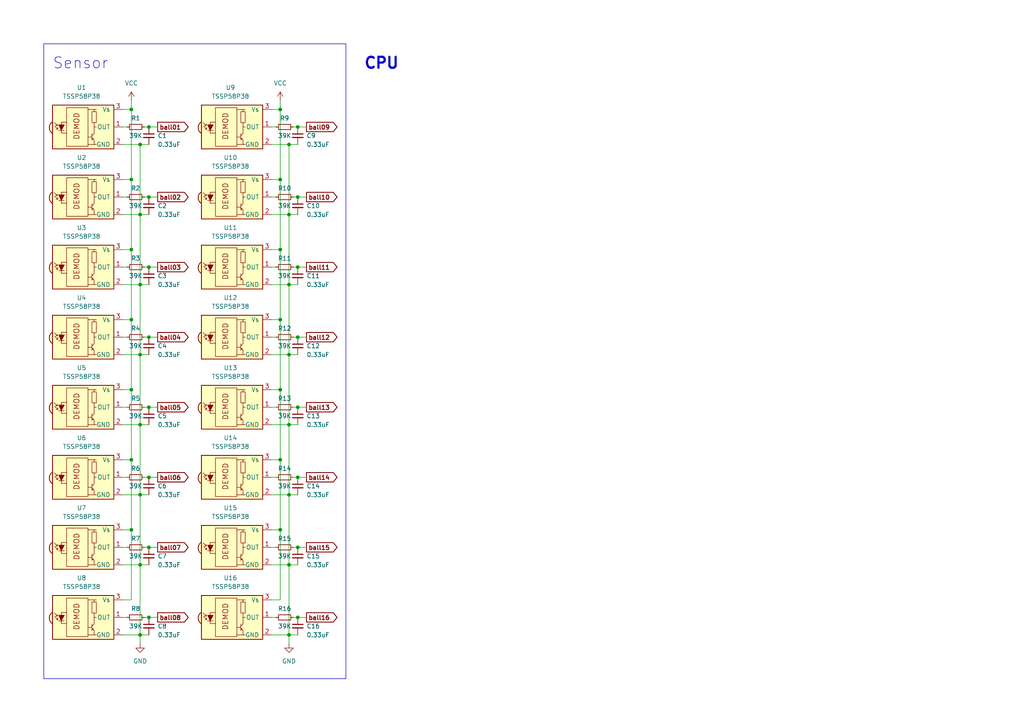
<source format=kicad_sch>
(kicad_sch (version 20230121) (generator eeschema)

  (uuid 0e0aa83e-22ac-401b-8e6f-4b501af66764)

  (paper "A4")

  (lib_symbols
    (symbol "Device:C_Small" (pin_numbers hide) (pin_names (offset 0.254) hide) (in_bom yes) (on_board yes)
      (property "Reference" "C" (at 0.254 1.778 0)
        (effects (font (size 1.27 1.27)) (justify left))
      )
      (property "Value" "C_Small" (at 0.254 -2.032 0)
        (effects (font (size 1.27 1.27)) (justify left))
      )
      (property "Footprint" "" (at 0 0 0)
        (effects (font (size 1.27 1.27)) hide)
      )
      (property "Datasheet" "~" (at 0 0 0)
        (effects (font (size 1.27 1.27)) hide)
      )
      (property "ki_keywords" "capacitor cap" (at 0 0 0)
        (effects (font (size 1.27 1.27)) hide)
      )
      (property "ki_description" "Unpolarized capacitor, small symbol" (at 0 0 0)
        (effects (font (size 1.27 1.27)) hide)
      )
      (property "ki_fp_filters" "C_*" (at 0 0 0)
        (effects (font (size 1.27 1.27)) hide)
      )
      (symbol "C_Small_0_1"
        (polyline
          (pts
            (xy -1.524 -0.508)
            (xy 1.524 -0.508)
          )
          (stroke (width 0.3302) (type default))
          (fill (type none))
        )
        (polyline
          (pts
            (xy -1.524 0.508)
            (xy 1.524 0.508)
          )
          (stroke (width 0.3048) (type default))
          (fill (type none))
        )
      )
      (symbol "C_Small_1_1"
        (pin passive line (at 0 2.54 270) (length 2.032)
          (name "~" (effects (font (size 1.27 1.27))))
          (number "1" (effects (font (size 1.27 1.27))))
        )
        (pin passive line (at 0 -2.54 90) (length 2.032)
          (name "~" (effects (font (size 1.27 1.27))))
          (number "2" (effects (font (size 1.27 1.27))))
        )
      )
    )
    (symbol "Device:R_Small" (pin_numbers hide) (pin_names (offset 0.254) hide) (in_bom yes) (on_board yes)
      (property "Reference" "R" (at 0.762 0.508 0)
        (effects (font (size 1.27 1.27)) (justify left))
      )
      (property "Value" "R_Small" (at 0.762 -1.016 0)
        (effects (font (size 1.27 1.27)) (justify left))
      )
      (property "Footprint" "" (at 0 0 0)
        (effects (font (size 1.27 1.27)) hide)
      )
      (property "Datasheet" "~" (at 0 0 0)
        (effects (font (size 1.27 1.27)) hide)
      )
      (property "ki_keywords" "R resistor" (at 0 0 0)
        (effects (font (size 1.27 1.27)) hide)
      )
      (property "ki_description" "Resistor, small symbol" (at 0 0 0)
        (effects (font (size 1.27 1.27)) hide)
      )
      (property "ki_fp_filters" "R_*" (at 0 0 0)
        (effects (font (size 1.27 1.27)) hide)
      )
      (symbol "R_Small_0_1"
        (rectangle (start -0.762 1.778) (end 0.762 -1.778)
          (stroke (width 0.2032) (type default))
          (fill (type none))
        )
      )
      (symbol "R_Small_1_1"
        (pin passive line (at 0 2.54 270) (length 0.762)
          (name "~" (effects (font (size 1.27 1.27))))
          (number "1" (effects (font (size 1.27 1.27))))
        )
        (pin passive line (at 0 -2.54 90) (length 0.762)
          (name "~" (effects (font (size 1.27 1.27))))
          (number "2" (effects (font (size 1.27 1.27))))
        )
      )
    )
    (symbol "Sensor_Proximity:TSSP58P38" (pin_names (offset 1.016)) (in_bom yes) (on_board yes)
      (property "Reference" "U" (at -10.16 7.62 0)
        (effects (font (size 1.27 1.27)) (justify left))
      )
      (property "Value" "TSSP58P38" (at -10.16 -7.62 0)
        (effects (font (size 1.27 1.27)) (justify left))
      )
      (property "Footprint" "OptoDevice:Vishay_MINICAST-3Pin" (at -1.27 -9.525 0)
        (effects (font (size 1.27 1.27)) hide)
      )
      (property "Datasheet" "http://www.vishay.com/docs/82462/tsop581.pdf" (at 16.51 7.62 0)
        (effects (font (size 1.27 1.27)) hide)
      )
      (property "ki_keywords" "opto IR receiver" (at 0 0 0)
        (effects (font (size 1.27 1.27)) hide)
      )
      (property "ki_description" "Photo Modules for PCM Remote Control Systems" (at 0 0 0)
        (effects (font (size 1.27 1.27)) hide)
      )
      (property "ki_fp_filters" "Vishay*MINICAST*" (at 0 0 0)
        (effects (font (size 1.27 1.27)) hide)
      )
      (symbol "TSSP58P38_0_0"
        (arc (start -10.287 1.397) (mid -11.0899 -0.1852) (end -10.287 -1.778)
          (stroke (width 0.254) (type default))
          (fill (type background))
        )
        (polyline
          (pts
            (xy 1.905 -5.08)
            (xy 0.127 -5.08)
          )
          (stroke (width 0) (type default))
          (fill (type none))
        )
        (polyline
          (pts
            (xy 1.905 5.08)
            (xy 0.127 5.08)
          )
          (stroke (width 0) (type default))
          (fill (type none))
        )
        (text "DEMOD" (at -3.175 0.254 900)
          (effects (font (size 1.524 1.524)))
        )
      )
      (symbol "TSSP58P38_0_1"
        (rectangle (start -6.096 5.588) (end 0.127 -5.588)
          (stroke (width 0) (type default))
          (fill (type none))
        )
        (polyline
          (pts
            (xy -8.763 0.381)
            (xy -9.652 1.27)
          )
          (stroke (width 0) (type default))
          (fill (type none))
        )
        (polyline
          (pts
            (xy -8.763 0.381)
            (xy -9.271 0.381)
          )
          (stroke (width 0) (type default))
          (fill (type none))
        )
        (polyline
          (pts
            (xy -8.763 0.381)
            (xy -8.763 0.889)
          )
          (stroke (width 0) (type default))
          (fill (type none))
        )
        (polyline
          (pts
            (xy -8.636 -0.635)
            (xy -9.525 0.254)
          )
          (stroke (width 0) (type default))
          (fill (type none))
        )
        (polyline
          (pts
            (xy -8.636 -0.635)
            (xy -9.144 -0.635)
          )
          (stroke (width 0) (type default))
          (fill (type none))
        )
        (polyline
          (pts
            (xy -8.636 -0.635)
            (xy -8.636 -0.127)
          )
          (stroke (width 0) (type default))
          (fill (type none))
        )
        (polyline
          (pts
            (xy -8.382 -1.016)
            (xy -6.731 -1.016)
          )
          (stroke (width 0) (type default))
          (fill (type none))
        )
        (polyline
          (pts
            (xy 1.27 -2.921)
            (xy 0.127 -2.921)
          )
          (stroke (width 0) (type default))
          (fill (type none))
        )
        (polyline
          (pts
            (xy 1.27 -1.905)
            (xy 1.27 -3.81)
          )
          (stroke (width 0) (type default))
          (fill (type none))
        )
        (polyline
          (pts
            (xy 1.397 -3.556)
            (xy 1.524 -3.556)
          )
          (stroke (width 0) (type default))
          (fill (type none))
        )
        (polyline
          (pts
            (xy 1.651 -3.556)
            (xy 1.524 -3.556)
          )
          (stroke (width 0) (type default))
          (fill (type none))
        )
        (polyline
          (pts
            (xy 1.651 -3.556)
            (xy 1.651 -3.302)
          )
          (stroke (width 0) (type default))
          (fill (type none))
        )
        (polyline
          (pts
            (xy 1.905 0)
            (xy 1.905 1.27)
          )
          (stroke (width 0) (type default))
          (fill (type none))
        )
        (polyline
          (pts
            (xy 1.905 4.445)
            (xy 1.905 5.08)
            (xy 2.54 5.08)
          )
          (stroke (width 0) (type default))
          (fill (type none))
        )
        (polyline
          (pts
            (xy -8.382 0.635)
            (xy -6.731 0.635)
            (xy -7.62 -1.016)
            (xy -8.382 0.635)
          )
          (stroke (width 0) (type default))
          (fill (type outline))
        )
        (polyline
          (pts
            (xy -6.096 1.397)
            (xy -7.62 1.397)
            (xy -7.62 -1.778)
            (xy -6.096 -1.778)
          )
          (stroke (width 0) (type default))
          (fill (type none))
        )
        (polyline
          (pts
            (xy 1.27 -3.175)
            (xy 1.905 -3.81)
            (xy 1.905 -5.08)
            (xy 2.54 -5.08)
          )
          (stroke (width 0) (type default))
          (fill (type none))
        )
        (polyline
          (pts
            (xy 1.27 -2.54)
            (xy 1.905 -1.905)
            (xy 1.905 0)
            (xy 2.54 0)
          )
          (stroke (width 0) (type default))
          (fill (type none))
        )
        (rectangle (start 2.54 1.27) (end 1.27 4.445)
          (stroke (width 0) (type default))
          (fill (type none))
        )
        (rectangle (start 7.62 6.35) (end -10.16 -6.35)
          (stroke (width 0.254) (type default))
          (fill (type background))
        )
      )
      (symbol "TSSP58P38_1_1"
        (pin output line (at 10.16 0 180) (length 2.54)
          (name "OUT" (effects (font (size 1.27 1.27))))
          (number "1" (effects (font (size 1.27 1.27))))
        )
        (pin power_in line (at 10.16 -5.08 180) (length 2.54)
          (name "GND" (effects (font (size 1.27 1.27))))
          (number "2" (effects (font (size 1.27 1.27))))
        )
        (pin power_in line (at 10.16 5.08 180) (length 2.54)
          (name "Vs" (effects (font (size 1.27 1.27))))
          (number "3" (effects (font (size 1.27 1.27))))
        )
      )
    )
    (symbol "power:GND" (power) (pin_names (offset 0)) (in_bom yes) (on_board yes)
      (property "Reference" "#PWR" (at 0 -6.35 0)
        (effects (font (size 1.27 1.27)) hide)
      )
      (property "Value" "GND" (at 0 -3.81 0)
        (effects (font (size 1.27 1.27)))
      )
      (property "Footprint" "" (at 0 0 0)
        (effects (font (size 1.27 1.27)) hide)
      )
      (property "Datasheet" "" (at 0 0 0)
        (effects (font (size 1.27 1.27)) hide)
      )
      (property "ki_keywords" "global power" (at 0 0 0)
        (effects (font (size 1.27 1.27)) hide)
      )
      (property "ki_description" "Power symbol creates a global label with name \"GND\" , ground" (at 0 0 0)
        (effects (font (size 1.27 1.27)) hide)
      )
      (symbol "GND_0_1"
        (polyline
          (pts
            (xy 0 0)
            (xy 0 -1.27)
            (xy 1.27 -1.27)
            (xy 0 -2.54)
            (xy -1.27 -1.27)
            (xy 0 -1.27)
          )
          (stroke (width 0) (type default))
          (fill (type none))
        )
      )
      (symbol "GND_1_1"
        (pin power_in line (at 0 0 270) (length 0) hide
          (name "GND" (effects (font (size 1.27 1.27))))
          (number "1" (effects (font (size 1.27 1.27))))
        )
      )
    )
    (symbol "power:VCC" (power) (pin_names (offset 0)) (in_bom yes) (on_board yes)
      (property "Reference" "#PWR" (at 0 -3.81 0)
        (effects (font (size 1.27 1.27)) hide)
      )
      (property "Value" "VCC" (at 0 3.81 0)
        (effects (font (size 1.27 1.27)))
      )
      (property "Footprint" "" (at 0 0 0)
        (effects (font (size 1.27 1.27)) hide)
      )
      (property "Datasheet" "" (at 0 0 0)
        (effects (font (size 1.27 1.27)) hide)
      )
      (property "ki_keywords" "global power" (at 0 0 0)
        (effects (font (size 1.27 1.27)) hide)
      )
      (property "ki_description" "Power symbol creates a global label with name \"VCC\"" (at 0 0 0)
        (effects (font (size 1.27 1.27)) hide)
      )
      (symbol "VCC_0_1"
        (polyline
          (pts
            (xy -0.762 1.27)
            (xy 0 2.54)
          )
          (stroke (width 0) (type default))
          (fill (type none))
        )
        (polyline
          (pts
            (xy 0 0)
            (xy 0 2.54)
          )
          (stroke (width 0) (type default))
          (fill (type none))
        )
        (polyline
          (pts
            (xy 0 2.54)
            (xy 0.762 1.27)
          )
          (stroke (width 0) (type default))
          (fill (type none))
        )
      )
      (symbol "VCC_1_1"
        (pin power_in line (at 0 0 90) (length 0) hide
          (name "VCC" (effects (font (size 1.27 1.27))))
          (number "1" (effects (font (size 1.27 1.27))))
        )
      )
    )
  )

  (junction (at 43.18 138.43) (diameter 0) (color 0 0 0 0)
    (uuid 04675583-3872-472d-bece-78e4ec1ff9d3)
  )
  (junction (at 43.18 57.15) (diameter 0) (color 0 0 0 0)
    (uuid 059d1a92-1685-4a28-855b-f0071852c9d3)
  )
  (junction (at 40.64 184.15) (diameter 0) (color 0 0 0 0)
    (uuid 09bb5008-51d0-4c44-8301-5de1c17c9b69)
  )
  (junction (at 83.82 184.15) (diameter 0) (color 0 0 0 0)
    (uuid 14c49563-9ada-4f61-a74e-2880bcb6bb76)
  )
  (junction (at 86.36 179.07) (diameter 0) (color 0 0 0 0)
    (uuid 1b9e1fc5-4611-4a87-9faa-d4436d6ca826)
  )
  (junction (at 40.64 123.19) (diameter 0) (color 0 0 0 0)
    (uuid 219e1000-2c19-483c-a209-90286b7fc5f6)
  )
  (junction (at 83.82 82.55) (diameter 0) (color 0 0 0 0)
    (uuid 2502a27e-5d36-4933-b5cc-6110649b1210)
  )
  (junction (at 81.28 113.03) (diameter 0) (color 0 0 0 0)
    (uuid 2d5b052b-87df-48c0-a61a-727d1fcc7189)
  )
  (junction (at 38.1 133.35) (diameter 0) (color 0 0 0 0)
    (uuid 2ec4c50d-708c-49ae-866e-a428161566db)
  )
  (junction (at 40.64 163.83) (diameter 0) (color 0 0 0 0)
    (uuid 34957b41-b794-42ef-bd03-fe4e4a29a0b7)
  )
  (junction (at 83.82 41.91) (diameter 0) (color 0 0 0 0)
    (uuid 351a743a-2e3b-4cc2-8db0-97f9f251bf21)
  )
  (junction (at 43.18 158.75) (diameter 0) (color 0 0 0 0)
    (uuid 4bc74ad5-6f7b-4471-b62f-4a5330b16330)
  )
  (junction (at 38.1 52.07) (diameter 0) (color 0 0 0 0)
    (uuid 55af9282-2ede-4f2d-a7f6-ad3ca2b068ee)
  )
  (junction (at 83.82 62.23) (diameter 0) (color 0 0 0 0)
    (uuid 5ff23d46-2edf-43e8-9e33-c7fedb0fa4e4)
  )
  (junction (at 86.36 138.43) (diameter 0) (color 0 0 0 0)
    (uuid 73a313ea-d917-43cc-87dc-0cb7b14bd4a3)
  )
  (junction (at 86.36 36.83) (diameter 0) (color 0 0 0 0)
    (uuid 7a6e563c-b317-4596-b647-dafd98319c1c)
  )
  (junction (at 43.18 118.11) (diameter 0) (color 0 0 0 0)
    (uuid 7df3e82b-135b-48a5-a862-826aeb67f8b0)
  )
  (junction (at 40.64 143.51) (diameter 0) (color 0 0 0 0)
    (uuid 7ef3a41d-3824-47be-8d3e-71def119973b)
  )
  (junction (at 43.18 36.83) (diameter 0) (color 0 0 0 0)
    (uuid 8670cc12-0c7a-4cc9-a48c-53b7929459f0)
  )
  (junction (at 86.36 118.11) (diameter 0) (color 0 0 0 0)
    (uuid 8fd47a51-0844-476b-b767-96b0b8503ed0)
  )
  (junction (at 86.36 158.75) (diameter 0) (color 0 0 0 0)
    (uuid 919512ce-824c-4e8d-9b53-45d0161ccdd8)
  )
  (junction (at 83.82 143.51) (diameter 0) (color 0 0 0 0)
    (uuid 93206f48-081e-4088-a5fc-708f8a184694)
  )
  (junction (at 40.64 82.55) (diameter 0) (color 0 0 0 0)
    (uuid 95c68a96-2c60-4c6a-885c-19cb027b4ccd)
  )
  (junction (at 83.82 123.19) (diameter 0) (color 0 0 0 0)
    (uuid 9767ed0b-51db-4643-be52-cd8df98ce494)
  )
  (junction (at 86.36 97.79) (diameter 0) (color 0 0 0 0)
    (uuid 9b5eae6b-a020-4e17-9033-71a6b7b0b92a)
  )
  (junction (at 81.28 92.71) (diameter 0) (color 0 0 0 0)
    (uuid 9c4537f1-29e4-494f-9f41-e56ab23c0a17)
  )
  (junction (at 83.82 163.83) (diameter 0) (color 0 0 0 0)
    (uuid 9e62bf54-b506-4d8e-9b43-264a7ab19880)
  )
  (junction (at 38.1 153.67) (diameter 0) (color 0 0 0 0)
    (uuid a85fd5f3-9aeb-47bb-9d52-06f86725dc43)
  )
  (junction (at 81.28 31.75) (diameter 0) (color 0 0 0 0)
    (uuid b093e68d-3648-4bde-8cc1-5025fa95a397)
  )
  (junction (at 43.18 77.47) (diameter 0) (color 0 0 0 0)
    (uuid b22b4ab4-6dcd-42dd-8605-2c479d4bde33)
  )
  (junction (at 81.28 52.07) (diameter 0) (color 0 0 0 0)
    (uuid b5528581-3db7-4482-a646-029ff2a7433c)
  )
  (junction (at 43.18 179.07) (diameter 0) (color 0 0 0 0)
    (uuid b76542a6-029a-4b99-89b3-3c336a897f5c)
  )
  (junction (at 43.18 97.79) (diameter 0) (color 0 0 0 0)
    (uuid bd050311-6de3-4847-b9f9-6742c72bef21)
  )
  (junction (at 40.64 41.91) (diameter 0) (color 0 0 0 0)
    (uuid c0e22d55-09bf-4a87-93be-f31f71f53c1a)
  )
  (junction (at 83.82 102.87) (diameter 0) (color 0 0 0 0)
    (uuid c6bc8ba4-f85b-4c77-a27e-f12ddbaf9778)
  )
  (junction (at 40.64 102.87) (diameter 0) (color 0 0 0 0)
    (uuid c9504859-0adb-4abc-b1a8-fb6cbe87e992)
  )
  (junction (at 86.36 57.15) (diameter 0) (color 0 0 0 0)
    (uuid cccbf33f-053b-472e-91ff-723900178893)
  )
  (junction (at 86.36 77.47) (diameter 0) (color 0 0 0 0)
    (uuid d1ccf84b-8b82-44b1-9515-ecef4ff04b5c)
  )
  (junction (at 38.1 72.39) (diameter 0) (color 0 0 0 0)
    (uuid d89efdc1-632d-4899-8bf8-78636336e298)
  )
  (junction (at 40.64 62.23) (diameter 0) (color 0 0 0 0)
    (uuid dcbe11a1-bf42-4fbc-83ba-c59323ad22f9)
  )
  (junction (at 81.28 72.39) (diameter 0) (color 0 0 0 0)
    (uuid de77da42-fa45-4ce8-a3f7-53050d10ae57)
  )
  (junction (at 81.28 133.35) (diameter 0) (color 0 0 0 0)
    (uuid e1da6767-87ef-4ef5-b1b0-6c1eed3ab4b7)
  )
  (junction (at 38.1 92.71) (diameter 0) (color 0 0 0 0)
    (uuid f01250ef-efaa-42cd-b8b5-555957dbbfac)
  )
  (junction (at 81.28 153.67) (diameter 0) (color 0 0 0 0)
    (uuid f0b207b8-a769-4c17-bffe-c9bb4fd49930)
  )
  (junction (at 38.1 113.03) (diameter 0) (color 0 0 0 0)
    (uuid f2fa432c-3e88-4c1a-94f2-4bbfe47282f4)
  )
  (junction (at 38.1 31.75) (diameter 0) (color 0 0 0 0)
    (uuid f3acb278-ead9-458a-92b2-d3ee3e6b54a1)
  )

  (wire (pts (xy 43.18 118.11) (xy 45.72 118.11))
    (stroke (width 0) (type default))
    (uuid 0172cde4-ab8f-4a7a-aab7-5369cfc79e1c)
  )
  (wire (pts (xy 86.36 179.07) (xy 88.9 179.07))
    (stroke (width 0) (type default))
    (uuid 01a64867-b183-467c-8974-6a63b27040dc)
  )
  (wire (pts (xy 78.74 163.83) (xy 83.82 163.83))
    (stroke (width 0) (type default))
    (uuid 06efc781-93b6-4fcd-98b5-176af26917bd)
  )
  (wire (pts (xy 85.09 97.79) (xy 86.36 97.79))
    (stroke (width 0) (type default))
    (uuid 0bc24b8c-eff2-4fef-ab44-c60236651cc7)
  )
  (wire (pts (xy 40.64 143.51) (xy 40.64 163.83))
    (stroke (width 0) (type default))
    (uuid 0c7b4c04-613a-4587-9846-74e73c1162bd)
  )
  (wire (pts (xy 85.09 57.15) (xy 86.36 57.15))
    (stroke (width 0) (type default))
    (uuid 0d226dfa-b9c6-4ef9-bd14-89f28dc6c32c)
  )
  (wire (pts (xy 35.56 57.15) (xy 36.83 57.15))
    (stroke (width 0) (type default))
    (uuid 0e0e9332-3be7-4ceb-8072-4bf41377a150)
  )
  (wire (pts (xy 78.74 97.79) (xy 80.01 97.79))
    (stroke (width 0) (type default))
    (uuid 0e3fc09f-25cc-4cd7-b0df-a3cf6005af78)
  )
  (wire (pts (xy 35.56 179.07) (xy 36.83 179.07))
    (stroke (width 0) (type default))
    (uuid 152a467a-196f-4d9c-a4ba-844804d02260)
  )
  (wire (pts (xy 41.91 138.43) (xy 43.18 138.43))
    (stroke (width 0) (type default))
    (uuid 1532fb40-be67-4219-9423-740a1ffe2f6f)
  )
  (wire (pts (xy 86.36 77.47) (xy 88.9 77.47))
    (stroke (width 0) (type default))
    (uuid 16324ee0-0d18-49d1-bcf6-f327bd7bc057)
  )
  (wire (pts (xy 85.09 36.83) (xy 86.36 36.83))
    (stroke (width 0) (type default))
    (uuid 16c90c8c-d65a-4b96-ac85-93d75267b277)
  )
  (wire (pts (xy 78.74 158.75) (xy 80.01 158.75))
    (stroke (width 0) (type default))
    (uuid 1883c84b-ee19-4c25-8039-e0b3ab5ca17e)
  )
  (wire (pts (xy 78.74 82.55) (xy 83.82 82.55))
    (stroke (width 0) (type default))
    (uuid 19bde626-6533-4be8-b046-9d7a69b8db9d)
  )
  (wire (pts (xy 78.74 173.99) (xy 81.28 173.99))
    (stroke (width 0) (type default))
    (uuid 1ad2a616-85a3-46e0-bea3-e9dd1e52724d)
  )
  (wire (pts (xy 35.56 52.07) (xy 38.1 52.07))
    (stroke (width 0) (type default))
    (uuid 1b671fa4-6842-4bb3-9c24-a8bd5df93f02)
  )
  (wire (pts (xy 38.1 133.35) (xy 38.1 153.67))
    (stroke (width 0) (type default))
    (uuid 20c5f27e-34b3-448f-85e2-a773cf24a265)
  )
  (wire (pts (xy 81.28 72.39) (xy 81.28 92.71))
    (stroke (width 0) (type default))
    (uuid 24734a04-e453-4231-bfa3-2e218680c49d)
  )
  (wire (pts (xy 83.82 62.23) (xy 86.36 62.23))
    (stroke (width 0) (type default))
    (uuid 25650dda-0299-4858-85f3-15913b7ee1e2)
  )
  (wire (pts (xy 78.74 62.23) (xy 83.82 62.23))
    (stroke (width 0) (type default))
    (uuid 26051ef1-c7ed-4dc7-b9ae-9eadf7da5fb6)
  )
  (wire (pts (xy 40.64 41.91) (xy 40.64 62.23))
    (stroke (width 0) (type default))
    (uuid 2a454812-8565-4c1f-8cbd-b7762c24cf5c)
  )
  (wire (pts (xy 83.82 102.87) (xy 86.36 102.87))
    (stroke (width 0) (type default))
    (uuid 2cc8bbe0-8091-4b5d-912a-1bed9d8635f2)
  )
  (wire (pts (xy 83.82 41.91) (xy 86.36 41.91))
    (stroke (width 0) (type default))
    (uuid 2d5843dc-dd3e-41c3-a87b-2851d3157be0)
  )
  (wire (pts (xy 41.91 118.11) (xy 43.18 118.11))
    (stroke (width 0) (type default))
    (uuid 31833cc5-d2a1-4132-b7d9-3d2d4266a422)
  )
  (wire (pts (xy 83.82 62.23) (xy 83.82 82.55))
    (stroke (width 0) (type default))
    (uuid 320e7229-b2e6-4956-9680-23c74837b2bc)
  )
  (wire (pts (xy 41.91 97.79) (xy 43.18 97.79))
    (stroke (width 0) (type default))
    (uuid 33d80c1d-db8b-4a10-a912-cce39c6d9fc9)
  )
  (wire (pts (xy 43.18 179.07) (xy 45.72 179.07))
    (stroke (width 0) (type default))
    (uuid 37b40ec1-6e22-4867-8e74-b74b2cdff19e)
  )
  (wire (pts (xy 78.74 57.15) (xy 80.01 57.15))
    (stroke (width 0) (type default))
    (uuid 384d3d2c-7c17-4391-8a27-f2e2f14fe1e2)
  )
  (wire (pts (xy 35.56 97.79) (xy 36.83 97.79))
    (stroke (width 0) (type default))
    (uuid 392e6e4b-91f1-49af-984d-1fb90047ed5e)
  )
  (wire (pts (xy 85.09 158.75) (xy 86.36 158.75))
    (stroke (width 0) (type default))
    (uuid 3b98c699-a376-4d04-9c44-007ba3393331)
  )
  (wire (pts (xy 83.82 184.15) (xy 83.82 186.69))
    (stroke (width 0) (type default))
    (uuid 3dd0d0f3-0a9c-4b33-8545-d38f51adea91)
  )
  (wire (pts (xy 40.64 123.19) (xy 40.64 143.51))
    (stroke (width 0) (type default))
    (uuid 3ead87a0-a207-4326-90eb-4b6bd6c3e251)
  )
  (wire (pts (xy 40.64 143.51) (xy 43.18 143.51))
    (stroke (width 0) (type default))
    (uuid 44ac0ab8-2d84-42c7-92cb-861cb0be2404)
  )
  (wire (pts (xy 35.56 173.99) (xy 38.1 173.99))
    (stroke (width 0) (type default))
    (uuid 471a7b61-db3c-4498-91a9-8b028289de2e)
  )
  (wire (pts (xy 81.28 29.21) (xy 81.28 31.75))
    (stroke (width 0) (type default))
    (uuid 48298e46-b2fb-48a9-ad69-988c94ca3f7d)
  )
  (wire (pts (xy 43.18 57.15) (xy 45.72 57.15))
    (stroke (width 0) (type default))
    (uuid 4bf94683-c878-4740-a8f4-4a3a15b4e0ed)
  )
  (wire (pts (xy 83.82 163.83) (xy 83.82 184.15))
    (stroke (width 0) (type default))
    (uuid 4cefbc87-2c7e-4060-9127-5235334107e9)
  )
  (wire (pts (xy 85.09 179.07) (xy 86.36 179.07))
    (stroke (width 0) (type default))
    (uuid 50595a47-566b-4ff3-9e39-a36b775a41a0)
  )
  (wire (pts (xy 78.74 138.43) (xy 80.01 138.43))
    (stroke (width 0) (type default))
    (uuid 50c0a4ec-c545-41a0-b07f-14913cb7edcf)
  )
  (wire (pts (xy 41.91 57.15) (xy 43.18 57.15))
    (stroke (width 0) (type default))
    (uuid 52974658-7b87-4284-ada2-de56174056e0)
  )
  (wire (pts (xy 35.56 92.71) (xy 38.1 92.71))
    (stroke (width 0) (type default))
    (uuid 54826251-8e13-40a1-9b0f-80c660ac2872)
  )
  (wire (pts (xy 78.74 118.11) (xy 80.01 118.11))
    (stroke (width 0) (type default))
    (uuid 5ce54697-ce35-4ed7-8b20-09468b8bda5f)
  )
  (wire (pts (xy 35.56 62.23) (xy 40.64 62.23))
    (stroke (width 0) (type default))
    (uuid 5d05e8b2-df48-432c-99f8-282d184e8eaa)
  )
  (wire (pts (xy 85.09 77.47) (xy 86.36 77.47))
    (stroke (width 0) (type default))
    (uuid 60275c7e-0ad2-42aa-9993-9482f4ff7b76)
  )
  (wire (pts (xy 38.1 72.39) (xy 38.1 92.71))
    (stroke (width 0) (type default))
    (uuid 60c09db9-5ac8-41be-94c7-4de26d4e0c7f)
  )
  (wire (pts (xy 35.56 123.19) (xy 40.64 123.19))
    (stroke (width 0) (type default))
    (uuid 63649da2-cc7b-4e06-984c-564c5a4346da)
  )
  (wire (pts (xy 40.64 62.23) (xy 43.18 62.23))
    (stroke (width 0) (type default))
    (uuid 63f0c1cd-a0df-4659-9ea0-be485ce18130)
  )
  (wire (pts (xy 83.82 102.87) (xy 83.82 123.19))
    (stroke (width 0) (type default))
    (uuid 6eed1116-ca4b-486c-bb74-399f0262c549)
  )
  (wire (pts (xy 83.82 184.15) (xy 86.36 184.15))
    (stroke (width 0) (type default))
    (uuid 700839b7-761d-4c09-90d1-a9c66140b508)
  )
  (wire (pts (xy 40.64 163.83) (xy 43.18 163.83))
    (stroke (width 0) (type default))
    (uuid 71f2154b-8555-4244-bbc1-bafba547b78e)
  )
  (wire (pts (xy 86.36 138.43) (xy 88.9 138.43))
    (stroke (width 0) (type default))
    (uuid 7351f52c-fb83-462b-ad13-ad00b5062d2c)
  )
  (wire (pts (xy 43.18 77.47) (xy 45.72 77.47))
    (stroke (width 0) (type default))
    (uuid 73641e5f-4d58-4aae-833d-6cc15d83df82)
  )
  (wire (pts (xy 35.56 184.15) (xy 40.64 184.15))
    (stroke (width 0) (type default))
    (uuid 75691044-c0c2-4557-b0da-b8d2d0a3a3c1)
  )
  (wire (pts (xy 43.18 158.75) (xy 45.72 158.75))
    (stroke (width 0) (type default))
    (uuid 7664aa2c-3134-43d5-b5c0-faaaf2c98ebe)
  )
  (wire (pts (xy 35.56 72.39) (xy 38.1 72.39))
    (stroke (width 0) (type default))
    (uuid 769cfa5c-866d-46a0-83dd-6c6e9aaaf713)
  )
  (wire (pts (xy 78.74 153.67) (xy 81.28 153.67))
    (stroke (width 0) (type default))
    (uuid 790fdfd0-9060-48ef-87f8-9df7256cc932)
  )
  (wire (pts (xy 78.74 184.15) (xy 83.82 184.15))
    (stroke (width 0) (type default))
    (uuid 7b707475-a6c7-4d9d-8530-b46ed6349c20)
  )
  (wire (pts (xy 35.56 153.67) (xy 38.1 153.67))
    (stroke (width 0) (type default))
    (uuid 7b7c8f66-1331-4329-83c9-2be36c2591b2)
  )
  (wire (pts (xy 38.1 29.21) (xy 38.1 31.75))
    (stroke (width 0) (type default))
    (uuid 7c16d8a1-a33a-4fe4-9112-736c7801b25c)
  )
  (wire (pts (xy 41.91 158.75) (xy 43.18 158.75))
    (stroke (width 0) (type default))
    (uuid 7e2e72a8-485e-4025-b38c-410506192403)
  )
  (wire (pts (xy 78.74 133.35) (xy 81.28 133.35))
    (stroke (width 0) (type default))
    (uuid 82d49c48-cf9d-4cef-a4ba-3a2eebaf9f35)
  )
  (wire (pts (xy 35.56 163.83) (xy 40.64 163.83))
    (stroke (width 0) (type default))
    (uuid 866c2ce7-989e-4053-86a6-3a91ac20ff12)
  )
  (wire (pts (xy 81.28 133.35) (xy 81.28 153.67))
    (stroke (width 0) (type default))
    (uuid 86dbe6e6-df12-4140-98e1-664b273a7865)
  )
  (wire (pts (xy 78.74 179.07) (xy 80.01 179.07))
    (stroke (width 0) (type default))
    (uuid 87f272a5-8cc7-443f-8785-9b1de8d897ec)
  )
  (wire (pts (xy 40.64 82.55) (xy 43.18 82.55))
    (stroke (width 0) (type default))
    (uuid 8ea97c6b-e5c2-4ba4-a809-b2f8ff112fba)
  )
  (wire (pts (xy 35.56 113.03) (xy 38.1 113.03))
    (stroke (width 0) (type default))
    (uuid 8fe137b2-5e82-453f-8ae0-2c749207b46a)
  )
  (wire (pts (xy 81.28 31.75) (xy 81.28 52.07))
    (stroke (width 0) (type default))
    (uuid 915ea6d2-a8e3-4de0-9693-f7d5be41e6e4)
  )
  (wire (pts (xy 78.74 36.83) (xy 80.01 36.83))
    (stroke (width 0) (type default))
    (uuid 9195f8a8-cd11-4438-bb8c-269ecd888e80)
  )
  (wire (pts (xy 78.74 52.07) (xy 81.28 52.07))
    (stroke (width 0) (type default))
    (uuid 9802d03e-b946-46b4-8686-0e45ff9bfcce)
  )
  (wire (pts (xy 43.18 97.79) (xy 45.72 97.79))
    (stroke (width 0) (type default))
    (uuid 99d1bcfe-6106-4d2b-83d1-9aaf585d15f1)
  )
  (wire (pts (xy 83.82 143.51) (xy 83.82 163.83))
    (stroke (width 0) (type default))
    (uuid 9a6be078-d53b-49b5-b2d9-969be1e64a7e)
  )
  (wire (pts (xy 86.36 57.15) (xy 88.9 57.15))
    (stroke (width 0) (type default))
    (uuid 9c7ebbee-7b23-46b3-9f4b-a5a7beaef7cb)
  )
  (wire (pts (xy 78.74 31.75) (xy 81.28 31.75))
    (stroke (width 0) (type default))
    (uuid 9cd743ad-1cee-4179-97a9-3a34c12bb351)
  )
  (wire (pts (xy 78.74 102.87) (xy 83.82 102.87))
    (stroke (width 0) (type default))
    (uuid 9d59c6c3-e700-4a8a-8772-a054923a72b4)
  )
  (wire (pts (xy 41.91 77.47) (xy 43.18 77.47))
    (stroke (width 0) (type default))
    (uuid a249a89c-f192-4d87-b224-ef4f1bfd0625)
  )
  (wire (pts (xy 40.64 41.91) (xy 43.18 41.91))
    (stroke (width 0) (type default))
    (uuid a309e999-a161-489f-b33d-10d003bf69fe)
  )
  (wire (pts (xy 35.56 138.43) (xy 36.83 138.43))
    (stroke (width 0) (type default))
    (uuid a35e297d-0356-4320-aec7-5a0a063293c1)
  )
  (wire (pts (xy 78.74 113.03) (xy 81.28 113.03))
    (stroke (width 0) (type default))
    (uuid a5121d0e-2bd5-4e4a-ab49-72bead824b14)
  )
  (wire (pts (xy 81.28 113.03) (xy 81.28 133.35))
    (stroke (width 0) (type default))
    (uuid a596e5bf-a08f-4913-bb52-0269b3401ad8)
  )
  (wire (pts (xy 40.64 184.15) (xy 43.18 184.15))
    (stroke (width 0) (type default))
    (uuid a7c806f7-8778-465e-8b8b-ba3552d28be5)
  )
  (wire (pts (xy 78.74 77.47) (xy 80.01 77.47))
    (stroke (width 0) (type default))
    (uuid acc2c25d-b263-4fd3-be3b-aea1b9198a16)
  )
  (wire (pts (xy 81.28 52.07) (xy 81.28 72.39))
    (stroke (width 0) (type default))
    (uuid ad813ad3-8ef7-4e0e-9f83-f413d513c1d8)
  )
  (wire (pts (xy 35.56 31.75) (xy 38.1 31.75))
    (stroke (width 0) (type default))
    (uuid ada6021e-7294-4f58-90f2-171f908a26d9)
  )
  (wire (pts (xy 78.74 41.91) (xy 83.82 41.91))
    (stroke (width 0) (type default))
    (uuid b0055938-9b4c-4dd6-b831-f58b2ad47611)
  )
  (wire (pts (xy 35.56 118.11) (xy 36.83 118.11))
    (stroke (width 0) (type default))
    (uuid b16fdf95-fdcc-46e2-bf7b-6dc9ad4a1dbf)
  )
  (wire (pts (xy 86.36 97.79) (xy 88.9 97.79))
    (stroke (width 0) (type default))
    (uuid b6c1f8ab-b3b0-495c-b0bd-e63ea3ba3dc3)
  )
  (wire (pts (xy 35.56 158.75) (xy 36.83 158.75))
    (stroke (width 0) (type default))
    (uuid b6cea5d1-6f82-4358-9415-aa7c578755a0)
  )
  (wire (pts (xy 40.64 123.19) (xy 43.18 123.19))
    (stroke (width 0) (type default))
    (uuid b731ed3f-d855-4855-9c88-019074760409)
  )
  (wire (pts (xy 38.1 113.03) (xy 38.1 133.35))
    (stroke (width 0) (type default))
    (uuid b7d39585-10dd-4b0f-93d3-3613750826e7)
  )
  (wire (pts (xy 43.18 138.43) (xy 45.72 138.43))
    (stroke (width 0) (type default))
    (uuid b9821bbf-1d6c-4c8d-99e9-161ae1f80854)
  )
  (wire (pts (xy 41.91 179.07) (xy 43.18 179.07))
    (stroke (width 0) (type default))
    (uuid bb0c1f96-364b-4eb2-916d-457e1b1f265a)
  )
  (wire (pts (xy 86.36 118.11) (xy 88.9 118.11))
    (stroke (width 0) (type default))
    (uuid bd843d99-c6f5-4988-8d5f-3d3c7765e4c5)
  )
  (wire (pts (xy 81.28 153.67) (xy 81.28 173.99))
    (stroke (width 0) (type default))
    (uuid c1a8d62f-8988-4d97-9710-f9752b0ce976)
  )
  (wire (pts (xy 85.09 138.43) (xy 86.36 138.43))
    (stroke (width 0) (type default))
    (uuid c317057e-efe3-4b75-b33e-1c1be2be2c79)
  )
  (wire (pts (xy 43.18 36.83) (xy 45.72 36.83))
    (stroke (width 0) (type default))
    (uuid c705dcb6-766b-4a98-a521-72e297d15031)
  )
  (wire (pts (xy 83.82 163.83) (xy 86.36 163.83))
    (stroke (width 0) (type default))
    (uuid ced287e0-2bca-4a59-9ff5-a73b58db436d)
  )
  (wire (pts (xy 41.91 36.83) (xy 43.18 36.83))
    (stroke (width 0) (type default))
    (uuid cf33684b-8a7d-4b36-b128-e16ba9847e57)
  )
  (wire (pts (xy 35.56 82.55) (xy 40.64 82.55))
    (stroke (width 0) (type default))
    (uuid cf57aba8-63f4-4f6a-b278-b10f622e7f7c)
  )
  (wire (pts (xy 35.56 102.87) (xy 40.64 102.87))
    (stroke (width 0) (type default))
    (uuid d0ca1766-1166-4a0f-ba2d-dfe404afd8ab)
  )
  (wire (pts (xy 35.56 36.83) (xy 36.83 36.83))
    (stroke (width 0) (type default))
    (uuid d1fdd6b3-af7c-4c91-a51e-6e0907be3928)
  )
  (wire (pts (xy 83.82 82.55) (xy 86.36 82.55))
    (stroke (width 0) (type default))
    (uuid d66ac794-5551-4198-9ab9-95b08c260e65)
  )
  (wire (pts (xy 38.1 52.07) (xy 38.1 72.39))
    (stroke (width 0) (type default))
    (uuid d677f009-6586-4e1c-a00b-6943e4aa09e7)
  )
  (wire (pts (xy 40.64 102.87) (xy 43.18 102.87))
    (stroke (width 0) (type default))
    (uuid da1ecb38-244d-45e4-b19e-820f5157c411)
  )
  (wire (pts (xy 83.82 123.19) (xy 86.36 123.19))
    (stroke (width 0) (type default))
    (uuid dcbb9478-b301-45f4-9ea6-5a0f9b91c31c)
  )
  (wire (pts (xy 35.56 41.91) (xy 40.64 41.91))
    (stroke (width 0) (type default))
    (uuid ded68081-dc01-4766-993e-400f52bc3c41)
  )
  (wire (pts (xy 81.28 92.71) (xy 81.28 113.03))
    (stroke (width 0) (type default))
    (uuid dfa8a338-1199-4856-a51b-78d03e299a45)
  )
  (wire (pts (xy 83.82 123.19) (xy 83.82 143.51))
    (stroke (width 0) (type default))
    (uuid e3e63875-04eb-44a0-bf96-ae3a2b45376f)
  )
  (wire (pts (xy 78.74 72.39) (xy 81.28 72.39))
    (stroke (width 0) (type default))
    (uuid e421d88d-0666-44ba-b1e9-c5a3bae7dda5)
  )
  (wire (pts (xy 35.56 77.47) (xy 36.83 77.47))
    (stroke (width 0) (type default))
    (uuid e4c2a754-d8f9-4982-b942-343af5fd9a6a)
  )
  (wire (pts (xy 35.56 143.51) (xy 40.64 143.51))
    (stroke (width 0) (type default))
    (uuid e5ac4d25-fea5-4103-b606-f1385f3a7852)
  )
  (wire (pts (xy 83.82 82.55) (xy 83.82 102.87))
    (stroke (width 0) (type default))
    (uuid e69b5db2-7d0a-4be8-a134-05e91cca94ff)
  )
  (wire (pts (xy 40.64 102.87) (xy 40.64 123.19))
    (stroke (width 0) (type default))
    (uuid eaad6257-99f0-467d-bc25-0fce8322172a)
  )
  (wire (pts (xy 40.64 163.83) (xy 40.64 184.15))
    (stroke (width 0) (type default))
    (uuid edbe7efd-ef00-49b3-9e19-87c0b27a59c3)
  )
  (wire (pts (xy 78.74 123.19) (xy 83.82 123.19))
    (stroke (width 0) (type default))
    (uuid ee94fd65-8c2d-4afc-9f33-6f428b2b866c)
  )
  (wire (pts (xy 40.64 62.23) (xy 40.64 82.55))
    (stroke (width 0) (type default))
    (uuid f024be02-9d7d-41d7-a286-a079f7144a29)
  )
  (wire (pts (xy 83.82 143.51) (xy 86.36 143.51))
    (stroke (width 0) (type default))
    (uuid f05b297f-596f-4b89-b30e-5ea4ac89f6e0)
  )
  (wire (pts (xy 35.56 133.35) (xy 38.1 133.35))
    (stroke (width 0) (type default))
    (uuid f1439350-3815-4d44-af63-bf12fd55a7d4)
  )
  (wire (pts (xy 40.64 82.55) (xy 40.64 102.87))
    (stroke (width 0) (type default))
    (uuid f3cda00c-63b0-4bc3-9ed3-3cb850d9d418)
  )
  (wire (pts (xy 86.36 158.75) (xy 88.9 158.75))
    (stroke (width 0) (type default))
    (uuid f3ed102f-3c9c-438b-adaf-2614e4ee6539)
  )
  (wire (pts (xy 38.1 92.71) (xy 38.1 113.03))
    (stroke (width 0) (type default))
    (uuid f44b4ddd-4efb-4b6d-af04-b0b716531bb2)
  )
  (wire (pts (xy 86.36 36.83) (xy 88.9 36.83))
    (stroke (width 0) (type default))
    (uuid f4e42828-624f-4095-8e9e-0ab6a2a9dc28)
  )
  (wire (pts (xy 40.64 184.15) (xy 40.64 186.69))
    (stroke (width 0) (type default))
    (uuid f8b31d39-c69d-4afc-96c9-aad145acb568)
  )
  (wire (pts (xy 85.09 118.11) (xy 86.36 118.11))
    (stroke (width 0) (type default))
    (uuid fa8a03bc-ebb2-4c35-8707-30c79d494006)
  )
  (wire (pts (xy 38.1 153.67) (xy 38.1 173.99))
    (stroke (width 0) (type default))
    (uuid fbe8f3a8-a225-4cb9-8b3f-5200b3a1b247)
  )
  (wire (pts (xy 83.82 41.91) (xy 83.82 62.23))
    (stroke (width 0) (type default))
    (uuid fcff297e-47e3-43b1-9acb-9df73b22961d)
  )
  (wire (pts (xy 38.1 31.75) (xy 38.1 52.07))
    (stroke (width 0) (type default))
    (uuid fe1da1d8-f4e8-4bfa-bcfb-1dfecf00bdad)
  )
  (wire (pts (xy 78.74 143.51) (xy 83.82 143.51))
    (stroke (width 0) (type default))
    (uuid fe26e142-51ec-41dd-8ebb-e1aa0bc2e6c9)
  )
  (wire (pts (xy 78.74 92.71) (xy 81.28 92.71))
    (stroke (width 0) (type default))
    (uuid ffacff6d-a4ab-44cd-b071-ef2e1e10f591)
  )

  (rectangle (start 12.7 12.7) (end 100.33 196.85)
    (stroke (width 0) (type default))
    (fill (type none))
    (uuid 6fc2a0b8-7b0c-44b3-a86b-f4bac1c46913)
  )

  (text "Sensor" (at 15.24 20.32 0)
    (effects (font (size 3.175 3.175)) (justify left bottom))
    (uuid 3b92436c-9c99-461c-9aae-f4f2d4abf346)
  )
  (text "CPU" (at 105.41 20.32 0)
    (effects (font (size 3.175 3.175) bold) (justify left bottom))
    (uuid 7540a2d4-34ab-424e-81c9-75612a983a32)
  )

  (global_label "ball05" (shape output) (at 45.72 118.11 0) (fields_autoplaced)
    (effects (font (size 1.27 1.27) bold) (justify left))
    (uuid 376b8ca3-5766-49f8-8d96-0d7e12cd83b0)
    (property "Intersheetrefs" "${INTERSHEET_REFS}" (at 54.5965 118.11 0)
      (effects (font (size 1.27 1.27)) (justify left) hide)
    )
  )
  (global_label "ball13" (shape output) (at 88.9 118.11 0) (fields_autoplaced)
    (effects (font (size 1.27 1.27) bold) (justify left))
    (uuid 3de8326a-eb81-4fac-82e9-751cb374e11c)
    (property "Intersheetrefs" "${INTERSHEET_REFS}" (at 97.7765 118.11 0)
      (effects (font (size 1.27 1.27)) (justify left) hide)
    )
  )
  (global_label "ball09" (shape output) (at 88.9 36.83 0) (fields_autoplaced)
    (effects (font (size 1.27 1.27) bold) (justify left))
    (uuid 60d1ca16-7eab-4545-a3ee-9a1c1e9255a4)
    (property "Intersheetrefs" "${INTERSHEET_REFS}" (at 97.7765 36.83 0)
      (effects (font (size 1.27 1.27)) (justify left) hide)
    )
  )
  (global_label "ball07" (shape output) (at 45.72 158.75 0) (fields_autoplaced)
    (effects (font (size 1.27 1.27) bold) (justify left))
    (uuid 64e591c2-0e1b-432d-8345-58c83e7fed20)
    (property "Intersheetrefs" "${INTERSHEET_REFS}" (at 54.5965 158.75 0)
      (effects (font (size 1.27 1.27)) (justify left) hide)
    )
  )
  (global_label "ball16" (shape output) (at 88.9 179.07 0) (fields_autoplaced)
    (effects (font (size 1.27 1.27) bold) (justify left))
    (uuid 65f7375d-639d-4660-b67b-5819db59e161)
    (property "Intersheetrefs" "${INTERSHEET_REFS}" (at 97.7765 179.07 0)
      (effects (font (size 1.27 1.27)) (justify left) hide)
    )
  )
  (global_label "ball02" (shape output) (at 45.72 57.15 0) (fields_autoplaced)
    (effects (font (size 1.27 1.27) bold) (justify left))
    (uuid 7138cc6a-42ae-42c8-acc7-08cf7c149af8)
    (property "Intersheetrefs" "${INTERSHEET_REFS}" (at 54.5965 57.15 0)
      (effects (font (size 1.27 1.27)) (justify left) hide)
    )
  )
  (global_label "ball15" (shape output) (at 88.9 158.75 0) (fields_autoplaced)
    (effects (font (size 1.27 1.27) bold) (justify left))
    (uuid 76db152e-020a-4d5e-a8c0-608e608e9979)
    (property "Intersheetrefs" "${INTERSHEET_REFS}" (at 97.7765 158.75 0)
      (effects (font (size 1.27 1.27)) (justify left) hide)
    )
  )
  (global_label "ball06" (shape output) (at 45.72 138.43 0) (fields_autoplaced)
    (effects (font (size 1.27 1.27) bold) (justify left))
    (uuid 7ba612f9-7bc1-4b76-973f-7d0264a9189e)
    (property "Intersheetrefs" "${INTERSHEET_REFS}" (at 54.5965 138.43 0)
      (effects (font (size 1.27 1.27)) (justify left) hide)
    )
  )
  (global_label "ball01" (shape output) (at 45.72 36.83 0) (fields_autoplaced)
    (effects (font (size 1.27 1.27) bold) (justify left))
    (uuid 82c1749b-11ce-4c33-ba56-0ebe74b50cd0)
    (property "Intersheetrefs" "${INTERSHEET_REFS}" (at 54.5965 36.83 0)
      (effects (font (size 1.27 1.27)) (justify left) hide)
    )
  )
  (global_label "ball08" (shape output) (at 45.72 179.07 0) (fields_autoplaced)
    (effects (font (size 1.27 1.27) bold) (justify left))
    (uuid 8be7a7a7-ccfa-4293-8ed8-57c44043f891)
    (property "Intersheetrefs" "${INTERSHEET_REFS}" (at 54.5965 179.07 0)
      (effects (font (size 1.27 1.27)) (justify left) hide)
    )
  )
  (global_label "ball04" (shape output) (at 45.72 97.79 0) (fields_autoplaced)
    (effects (font (size 1.27 1.27) bold) (justify left))
    (uuid a01b591c-dfb3-49e9-a37f-058ea8467bb2)
    (property "Intersheetrefs" "${INTERSHEET_REFS}" (at 54.5965 97.79 0)
      (effects (font (size 1.27 1.27)) (justify left) hide)
    )
  )
  (global_label "ball11" (shape output) (at 88.9 77.47 0) (fields_autoplaced)
    (effects (font (size 1.27 1.27) bold) (justify left))
    (uuid a1033c2c-9420-40fb-a674-4db9ae78d6ea)
    (property "Intersheetrefs" "${INTERSHEET_REFS}" (at 97.7765 77.47 0)
      (effects (font (size 1.27 1.27)) (justify left) hide)
    )
  )
  (global_label "ball10" (shape output) (at 88.9 57.15 0) (fields_autoplaced)
    (effects (font (size 1.27 1.27) bold) (justify left))
    (uuid aff4eaec-c1d6-45da-a45d-da968fb87d9e)
    (property "Intersheetrefs" "${INTERSHEET_REFS}" (at 97.7765 57.15 0)
      (effects (font (size 1.27 1.27)) (justify left) hide)
    )
  )
  (global_label "ball12" (shape output) (at 88.9 97.79 0) (fields_autoplaced)
    (effects (font (size 1.27 1.27) bold) (justify left))
    (uuid cc8e53c0-d2fc-45d6-9d89-563287837da6)
    (property "Intersheetrefs" "${INTERSHEET_REFS}" (at 97.7765 97.79 0)
      (effects (font (size 1.27 1.27)) (justify left) hide)
    )
  )
  (global_label "ball14" (shape output) (at 88.9 138.43 0) (fields_autoplaced)
    (effects (font (size 1.27 1.27) bold) (justify left))
    (uuid dd1127e1-adaa-4489-b373-40f7210c7b03)
    (property "Intersheetrefs" "${INTERSHEET_REFS}" (at 97.7765 138.43 0)
      (effects (font (size 1.27 1.27)) (justify left) hide)
    )
  )
  (global_label "ball03" (shape output) (at 45.72 77.47 0) (fields_autoplaced)
    (effects (font (size 1.27 1.27) bold) (justify left))
    (uuid df9e9562-dc77-4bce-b25e-b3abb7690d22)
    (property "Intersheetrefs" "${INTERSHEET_REFS}" (at 54.5965 77.47 0)
      (effects (font (size 1.27 1.27)) (justify left) hide)
    )
  )

  (symbol (lib_id "Device:C_Small") (at 43.18 161.29 0) (unit 1)
    (in_bom yes) (on_board yes) (dnp no)
    (uuid 008177ad-0bae-4e3a-a739-d3ad3b60ad37)
    (property "Reference" "C7" (at 45.72 161.29 0)
      (effects (font (size 1.27 1.27)) (justify left))
    )
    (property "Value" "0.33uF" (at 45.72 163.8363 0)
      (effects (font (size 1.27 1.27)) (justify left))
    )
    (property "Footprint" "" (at 43.18 161.29 0)
      (effects (font (size 1.27 1.27)) hide)
    )
    (property "Datasheet" "~" (at 43.18 161.29 0)
      (effects (font (size 1.27 1.27)) hide)
    )
    (pin "1" (uuid 541b7f07-a9c4-4462-ab76-55181305152b))
    (pin "2" (uuid 3f442882-1c64-499f-a316-bdd4a54b3731))
    (instances
      (project "Ball-20240325"
        (path "/0e0aa83e-22ac-401b-8e6f-4b501af66764"
          (reference "C7") (unit 1)
        )
      )
    )
  )

  (symbol (lib_id "Device:R_Small") (at 39.37 138.43 90) (unit 1)
    (in_bom yes) (on_board yes) (dnp no)
    (uuid 03f27440-ba46-4f1e-a429-cfed2b84a2d2)
    (property "Reference" "R6" (at 39.37 135.89 90)
      (effects (font (size 1.27 1.27)))
    )
    (property "Value" "39K" (at 39.37 140.97 90)
      (effects (font (size 1.27 1.27)))
    )
    (property "Footprint" "" (at 39.37 138.43 0)
      (effects (font (size 1.27 1.27)) hide)
    )
    (property "Datasheet" "~" (at 39.37 138.43 0)
      (effects (font (size 1.27 1.27)) hide)
    )
    (pin "1" (uuid 5a2277c0-d8f0-43c7-b929-4930d3de79aa))
    (pin "2" (uuid 00052191-b386-4308-b7c2-bcfbf274ea80))
    (instances
      (project "Ball-20240325"
        (path "/0e0aa83e-22ac-401b-8e6f-4b501af66764"
          (reference "R6") (unit 1)
        )
      )
    )
  )

  (symbol (lib_id "Device:C_Small") (at 86.36 161.29 0) (unit 1)
    (in_bom yes) (on_board yes) (dnp no)
    (uuid 04d86ba6-ebbc-4eb8-b8c9-ea67923240a3)
    (property "Reference" "C15" (at 88.9 161.29 0)
      (effects (font (size 1.27 1.27)) (justify left))
    )
    (property "Value" "0.33uF" (at 88.9 163.8363 0)
      (effects (font (size 1.27 1.27)) (justify left))
    )
    (property "Footprint" "" (at 86.36 161.29 0)
      (effects (font (size 1.27 1.27)) hide)
    )
    (property "Datasheet" "~" (at 86.36 161.29 0)
      (effects (font (size 1.27 1.27)) hide)
    )
    (pin "1" (uuid 7e66bded-922c-4bfd-b859-d0031d3187e1))
    (pin "2" (uuid 6bc645c4-b60e-4863-8b9a-064392419ed5))
    (instances
      (project "Ball-20240325"
        (path "/0e0aa83e-22ac-401b-8e6f-4b501af66764"
          (reference "C15") (unit 1)
        )
      )
    )
  )

  (symbol (lib_id "Device:C_Small") (at 86.36 120.65 0) (unit 1)
    (in_bom yes) (on_board yes) (dnp no)
    (uuid 0d7459ee-0666-4f05-858c-34f04eea894c)
    (property "Reference" "C13" (at 88.9 120.65 0)
      (effects (font (size 1.27 1.27)) (justify left))
    )
    (property "Value" "0.33uF" (at 88.9 123.1963 0)
      (effects (font (size 1.27 1.27)) (justify left))
    )
    (property "Footprint" "" (at 86.36 120.65 0)
      (effects (font (size 1.27 1.27)) hide)
    )
    (property "Datasheet" "~" (at 86.36 120.65 0)
      (effects (font (size 1.27 1.27)) hide)
    )
    (pin "1" (uuid c0007493-2016-47a0-a480-db17758e0f51))
    (pin "2" (uuid 7e539583-9818-4389-a9d2-39f9fd0b2f13))
    (instances
      (project "Ball-20240325"
        (path "/0e0aa83e-22ac-401b-8e6f-4b501af66764"
          (reference "C13") (unit 1)
        )
      )
    )
  )

  (symbol (lib_id "Device:R_Small") (at 39.37 77.47 90) (unit 1)
    (in_bom yes) (on_board yes) (dnp no)
    (uuid 11fc950c-9b36-4c6c-ae62-0432f8ef1b53)
    (property "Reference" "R3" (at 39.37 74.93 90)
      (effects (font (size 1.27 1.27)))
    )
    (property "Value" "39K" (at 39.37 80.01 90)
      (effects (font (size 1.27 1.27)))
    )
    (property "Footprint" "" (at 39.37 77.47 0)
      (effects (font (size 1.27 1.27)) hide)
    )
    (property "Datasheet" "~" (at 39.37 77.47 0)
      (effects (font (size 1.27 1.27)) hide)
    )
    (pin "1" (uuid 4066aadb-655d-4016-992f-fac82448269b))
    (pin "2" (uuid 92f9e123-4889-4c70-966d-4bfac0aad3ed))
    (instances
      (project "Ball-20240325"
        (path "/0e0aa83e-22ac-401b-8e6f-4b501af66764"
          (reference "R3") (unit 1)
        )
      )
    )
  )

  (symbol (lib_id "Sensor_Proximity:TSSP58P38") (at 68.58 57.15 0) (unit 1)
    (in_bom yes) (on_board yes) (dnp no) (fields_autoplaced)
    (uuid 15103592-be22-46c9-98b2-71a86a837826)
    (property "Reference" "U10" (at 66.845 45.72 0)
      (effects (font (size 1.27 1.27)))
    )
    (property "Value" "TSSP58P38" (at 66.845 48.26 0)
      (effects (font (size 1.27 1.27)))
    )
    (property "Footprint" "OptoDevice:Vishay_MINICAST-3Pin" (at 67.31 66.675 0)
      (effects (font (size 1.27 1.27)) hide)
    )
    (property "Datasheet" "http://www.vishay.com/docs/82462/tsop581.pdf" (at 85.09 49.53 0)
      (effects (font (size 1.27 1.27)) hide)
    )
    (pin "1" (uuid 7b73e0eb-4536-4ecf-9ae6-4e2eb9bda436))
    (pin "2" (uuid 862ba1f1-9138-46ec-9927-4fb7146f5cbb))
    (pin "3" (uuid 8dbf7d70-ccfa-4e73-888b-e91613e1c71f))
    (instances
      (project "Ball-20240325"
        (path "/0e0aa83e-22ac-401b-8e6f-4b501af66764"
          (reference "U10") (unit 1)
        )
      )
    )
  )

  (symbol (lib_id "power:VCC") (at 38.1 29.21 0) (unit 1)
    (in_bom yes) (on_board yes) (dnp no) (fields_autoplaced)
    (uuid 2024a026-f20c-4a82-b7c3-a0dc212638d8)
    (property "Reference" "#PWR01" (at 38.1 33.02 0)
      (effects (font (size 1.27 1.27)) hide)
    )
    (property "Value" "VCC" (at 38.1 24.13 0)
      (effects (font (size 1.27 1.27)))
    )
    (property "Footprint" "" (at 38.1 29.21 0)
      (effects (font (size 1.27 1.27)) hide)
    )
    (property "Datasheet" "" (at 38.1 29.21 0)
      (effects (font (size 1.27 1.27)) hide)
    )
    (pin "1" (uuid 6d2d2445-2959-416f-b10c-ca4bc3cc07d4))
    (instances
      (project "Ball-20240325"
        (path "/0e0aa83e-22ac-401b-8e6f-4b501af66764"
          (reference "#PWR01") (unit 1)
        )
      )
    )
  )

  (symbol (lib_id "Device:R_Small") (at 39.37 97.79 90) (unit 1)
    (in_bom yes) (on_board yes) (dnp no)
    (uuid 27d3ad7a-9fc2-42f1-979f-b69389cb47c5)
    (property "Reference" "R4" (at 39.37 95.25 90)
      (effects (font (size 1.27 1.27)))
    )
    (property "Value" "39K" (at 39.37 100.33 90)
      (effects (font (size 1.27 1.27)))
    )
    (property "Footprint" "" (at 39.37 97.79 0)
      (effects (font (size 1.27 1.27)) hide)
    )
    (property "Datasheet" "~" (at 39.37 97.79 0)
      (effects (font (size 1.27 1.27)) hide)
    )
    (pin "1" (uuid 6d091ad9-6565-4d1e-ad6e-61108fcc638c))
    (pin "2" (uuid 638b83cf-a80f-464f-bb79-e0267787f98d))
    (instances
      (project "Ball-20240325"
        (path "/0e0aa83e-22ac-401b-8e6f-4b501af66764"
          (reference "R4") (unit 1)
        )
      )
    )
  )

  (symbol (lib_id "Device:C_Small") (at 43.18 140.97 0) (unit 1)
    (in_bom yes) (on_board yes) (dnp no)
    (uuid 2bf1fa29-e6c1-4dad-b5f3-7b95a610c56e)
    (property "Reference" "C6" (at 45.72 140.97 0)
      (effects (font (size 1.27 1.27)) (justify left))
    )
    (property "Value" "0.33uF" (at 45.72 143.5163 0)
      (effects (font (size 1.27 1.27)) (justify left))
    )
    (property "Footprint" "" (at 43.18 140.97 0)
      (effects (font (size 1.27 1.27)) hide)
    )
    (property "Datasheet" "~" (at 43.18 140.97 0)
      (effects (font (size 1.27 1.27)) hide)
    )
    (pin "1" (uuid 1f0d7a7b-1f6d-4d02-b095-c403ccdf8713))
    (pin "2" (uuid f8052509-685f-44ce-a5f8-071d9840660c))
    (instances
      (project "Ball-20240325"
        (path "/0e0aa83e-22ac-401b-8e6f-4b501af66764"
          (reference "C6") (unit 1)
        )
      )
    )
  )

  (symbol (lib_id "Device:R_Small") (at 82.55 97.79 90) (unit 1)
    (in_bom yes) (on_board yes) (dnp no)
    (uuid 37b574b8-68da-443a-b8b7-235c595f23ae)
    (property "Reference" "R12" (at 82.55 95.25 90)
      (effects (font (size 1.27 1.27)))
    )
    (property "Value" "39K" (at 82.55 100.33 90)
      (effects (font (size 1.27 1.27)))
    )
    (property "Footprint" "" (at 82.55 97.79 0)
      (effects (font (size 1.27 1.27)) hide)
    )
    (property "Datasheet" "~" (at 82.55 97.79 0)
      (effects (font (size 1.27 1.27)) hide)
    )
    (pin "1" (uuid 706ce4c6-b136-4478-8cde-80ce8abeff49))
    (pin "2" (uuid 02a24e62-70d3-4d76-93b6-301fadbaa66c))
    (instances
      (project "Ball-20240325"
        (path "/0e0aa83e-22ac-401b-8e6f-4b501af66764"
          (reference "R12") (unit 1)
        )
      )
    )
  )

  (symbol (lib_id "Sensor_Proximity:TSSP58P38") (at 25.4 77.47 0) (unit 1)
    (in_bom yes) (on_board yes) (dnp no) (fields_autoplaced)
    (uuid 39b65ed2-97c9-488d-8e43-b2724927ce03)
    (property "Reference" "U3" (at 23.665 66.04 0)
      (effects (font (size 1.27 1.27)))
    )
    (property "Value" "TSSP58P38" (at 23.665 68.58 0)
      (effects (font (size 1.27 1.27)))
    )
    (property "Footprint" "OptoDevice:Vishay_MINICAST-3Pin" (at 24.13 86.995 0)
      (effects (font (size 1.27 1.27)) hide)
    )
    (property "Datasheet" "http://www.vishay.com/docs/82462/tsop581.pdf" (at 41.91 69.85 0)
      (effects (font (size 1.27 1.27)) hide)
    )
    (pin "1" (uuid 5df73238-8640-452b-9d3f-8298db3390e9))
    (pin "2" (uuid f193b4f8-b5d0-43e4-be8f-d39eb823a2c4))
    (pin "3" (uuid 42d8152e-6575-4f54-add8-064569a97467))
    (instances
      (project "Ball-20240325"
        (path "/0e0aa83e-22ac-401b-8e6f-4b501af66764"
          (reference "U3") (unit 1)
        )
      )
    )
  )

  (symbol (lib_id "Device:R_Small") (at 39.37 36.83 90) (unit 1)
    (in_bom yes) (on_board yes) (dnp no)
    (uuid 3ed36900-63ff-412c-a625-d301a4ea1d9b)
    (property "Reference" "R1" (at 39.37 34.29 90)
      (effects (font (size 1.27 1.27)))
    )
    (property "Value" "39K" (at 39.37 39.37 90)
      (effects (font (size 1.27 1.27)))
    )
    (property "Footprint" "" (at 39.37 36.83 0)
      (effects (font (size 1.27 1.27)) hide)
    )
    (property "Datasheet" "~" (at 39.37 36.83 0)
      (effects (font (size 1.27 1.27)) hide)
    )
    (pin "1" (uuid 3d70acae-0353-4c29-bf18-1eb200d11b4e))
    (pin "2" (uuid 51d2f50e-cd68-4125-8d93-555a04e571cc))
    (instances
      (project "Ball-20240325"
        (path "/0e0aa83e-22ac-401b-8e6f-4b501af66764"
          (reference "R1") (unit 1)
        )
      )
    )
  )

  (symbol (lib_id "Sensor_Proximity:TSSP58P38") (at 25.4 179.07 0) (unit 1)
    (in_bom yes) (on_board yes) (dnp no) (fields_autoplaced)
    (uuid 486f5d55-2e47-44a4-9a99-c4258f964d56)
    (property "Reference" "U8" (at 23.665 167.64 0)
      (effects (font (size 1.27 1.27)))
    )
    (property "Value" "TSSP58P38" (at 23.665 170.18 0)
      (effects (font (size 1.27 1.27)))
    )
    (property "Footprint" "OptoDevice:Vishay_MINICAST-3Pin" (at 24.13 188.595 0)
      (effects (font (size 1.27 1.27)) hide)
    )
    (property "Datasheet" "http://www.vishay.com/docs/82462/tsop581.pdf" (at 41.91 171.45 0)
      (effects (font (size 1.27 1.27)) hide)
    )
    (pin "1" (uuid 81ca426f-8d85-464f-9342-faabc56f9507))
    (pin "2" (uuid efa3b818-1877-40bd-9a2f-55d223837681))
    (pin "3" (uuid c178e01e-4f86-4401-b672-f335e19fa4ab))
    (instances
      (project "Ball-20240325"
        (path "/0e0aa83e-22ac-401b-8e6f-4b501af66764"
          (reference "U8") (unit 1)
        )
      )
    )
  )

  (symbol (lib_id "Device:C_Small") (at 86.36 181.61 0) (unit 1)
    (in_bom yes) (on_board yes) (dnp no)
    (uuid 48bc2334-c405-465e-891d-14e1113c0ad4)
    (property "Reference" "C16" (at 88.9 181.61 0)
      (effects (font (size 1.27 1.27)) (justify left))
    )
    (property "Value" "0.33uF" (at 88.9 184.1563 0)
      (effects (font (size 1.27 1.27)) (justify left))
    )
    (property "Footprint" "" (at 86.36 181.61 0)
      (effects (font (size 1.27 1.27)) hide)
    )
    (property "Datasheet" "~" (at 86.36 181.61 0)
      (effects (font (size 1.27 1.27)) hide)
    )
    (pin "1" (uuid 8aefa2e7-0af7-460f-8d8f-6dd34e3e74e5))
    (pin "2" (uuid 666ca6d4-84e3-4033-8417-1f837f8a0388))
    (instances
      (project "Ball-20240325"
        (path "/0e0aa83e-22ac-401b-8e6f-4b501af66764"
          (reference "C16") (unit 1)
        )
      )
    )
  )

  (symbol (lib_id "Sensor_Proximity:TSSP58P38") (at 68.58 77.47 0) (unit 1)
    (in_bom yes) (on_board yes) (dnp no) (fields_autoplaced)
    (uuid 48f64f89-b6bd-4ae5-83d7-765226357da2)
    (property "Reference" "U11" (at 66.845 66.04 0)
      (effects (font (size 1.27 1.27)))
    )
    (property "Value" "TSSP58P38" (at 66.845 68.58 0)
      (effects (font (size 1.27 1.27)))
    )
    (property "Footprint" "OptoDevice:Vishay_MINICAST-3Pin" (at 67.31 86.995 0)
      (effects (font (size 1.27 1.27)) hide)
    )
    (property "Datasheet" "http://www.vishay.com/docs/82462/tsop581.pdf" (at 85.09 69.85 0)
      (effects (font (size 1.27 1.27)) hide)
    )
    (pin "1" (uuid de4dee09-92a6-4c46-8fd9-3eec32d21cfd))
    (pin "2" (uuid b30ffa4b-b9c8-43f6-95b5-884cfe98b2c5))
    (pin "3" (uuid 6ff1ab4c-d89a-4e8a-b11d-f14caf782ad5))
    (instances
      (project "Ball-20240325"
        (path "/0e0aa83e-22ac-401b-8e6f-4b501af66764"
          (reference "U11") (unit 1)
        )
      )
    )
  )

  (symbol (lib_id "Sensor_Proximity:TSSP58P38") (at 68.58 158.75 0) (unit 1)
    (in_bom yes) (on_board yes) (dnp no) (fields_autoplaced)
    (uuid 4ebdbd89-6dfd-4ead-966e-0b4b5ce47d88)
    (property "Reference" "U15" (at 66.845 147.32 0)
      (effects (font (size 1.27 1.27)))
    )
    (property "Value" "TSSP58P38" (at 66.845 149.86 0)
      (effects (font (size 1.27 1.27)))
    )
    (property "Footprint" "OptoDevice:Vishay_MINICAST-3Pin" (at 67.31 168.275 0)
      (effects (font (size 1.27 1.27)) hide)
    )
    (property "Datasheet" "http://www.vishay.com/docs/82462/tsop581.pdf" (at 85.09 151.13 0)
      (effects (font (size 1.27 1.27)) hide)
    )
    (pin "1" (uuid b83e46ea-dd3b-47d0-9e85-5ba1ee5d6a15))
    (pin "2" (uuid 15ebafd5-b406-435f-9d3f-54bfdb45a350))
    (pin "3" (uuid 2f0412a0-ffe4-495a-985d-fb21919329aa))
    (instances
      (project "Ball-20240325"
        (path "/0e0aa83e-22ac-401b-8e6f-4b501af66764"
          (reference "U15") (unit 1)
        )
      )
    )
  )

  (symbol (lib_id "Device:C_Small") (at 86.36 100.33 0) (unit 1)
    (in_bom yes) (on_board yes) (dnp no)
    (uuid 4ffae234-61fa-4ffc-9554-98a4e8fc088f)
    (property "Reference" "C12" (at 88.9 100.33 0)
      (effects (font (size 1.27 1.27)) (justify left))
    )
    (property "Value" "0.33uF" (at 88.9 102.8763 0)
      (effects (font (size 1.27 1.27)) (justify left))
    )
    (property "Footprint" "" (at 86.36 100.33 0)
      (effects (font (size 1.27 1.27)) hide)
    )
    (property "Datasheet" "~" (at 86.36 100.33 0)
      (effects (font (size 1.27 1.27)) hide)
    )
    (pin "1" (uuid ed573689-c5c4-495c-8a71-8f1be29d37d2))
    (pin "2" (uuid e0c376ae-3e67-4132-83c9-5d25ed67f62e))
    (instances
      (project "Ball-20240325"
        (path "/0e0aa83e-22ac-401b-8e6f-4b501af66764"
          (reference "C12") (unit 1)
        )
      )
    )
  )

  (symbol (lib_id "Device:C_Small") (at 86.36 80.01 0) (unit 1)
    (in_bom yes) (on_board yes) (dnp no)
    (uuid 5168266b-2eac-4c2a-883e-9c07759ac1ed)
    (property "Reference" "C11" (at 88.9 80.01 0)
      (effects (font (size 1.27 1.27)) (justify left))
    )
    (property "Value" "0.33uF" (at 88.9 82.5563 0)
      (effects (font (size 1.27 1.27)) (justify left))
    )
    (property "Footprint" "" (at 86.36 80.01 0)
      (effects (font (size 1.27 1.27)) hide)
    )
    (property "Datasheet" "~" (at 86.36 80.01 0)
      (effects (font (size 1.27 1.27)) hide)
    )
    (pin "1" (uuid 9cd3acf1-d0f3-42c9-b2cd-ef9ac02e278d))
    (pin "2" (uuid 0d097470-13e0-41bc-8e31-7ac5562206d3))
    (instances
      (project "Ball-20240325"
        (path "/0e0aa83e-22ac-401b-8e6f-4b501af66764"
          (reference "C11") (unit 1)
        )
      )
    )
  )

  (symbol (lib_id "Device:R_Small") (at 82.55 57.15 90) (unit 1)
    (in_bom yes) (on_board yes) (dnp no)
    (uuid 51aa945b-8eb4-4a32-b062-4bf07919aa21)
    (property "Reference" "R10" (at 82.55 54.61 90)
      (effects (font (size 1.27 1.27)))
    )
    (property "Value" "39K" (at 82.55 59.69 90)
      (effects (font (size 1.27 1.27)))
    )
    (property "Footprint" "" (at 82.55 57.15 0)
      (effects (font (size 1.27 1.27)) hide)
    )
    (property "Datasheet" "~" (at 82.55 57.15 0)
      (effects (font (size 1.27 1.27)) hide)
    )
    (pin "1" (uuid 04f84243-5de3-4872-a9fd-4c4b4d5b032e))
    (pin "2" (uuid 40198e55-0d78-4872-aa0a-660b87cd53f9))
    (instances
      (project "Ball-20240325"
        (path "/0e0aa83e-22ac-401b-8e6f-4b501af66764"
          (reference "R10") (unit 1)
        )
      )
    )
  )

  (symbol (lib_id "Device:R_Small") (at 82.55 118.11 90) (unit 1)
    (in_bom yes) (on_board yes) (dnp no)
    (uuid 585f9f0b-2c51-4245-85fe-9c563552e14c)
    (property "Reference" "R13" (at 82.55 115.57 90)
      (effects (font (size 1.27 1.27)))
    )
    (property "Value" "39K" (at 82.55 120.65 90)
      (effects (font (size 1.27 1.27)))
    )
    (property "Footprint" "" (at 82.55 118.11 0)
      (effects (font (size 1.27 1.27)) hide)
    )
    (property "Datasheet" "~" (at 82.55 118.11 0)
      (effects (font (size 1.27 1.27)) hide)
    )
    (pin "1" (uuid c128deb6-faf4-4e35-9ff7-e2629b8ae778))
    (pin "2" (uuid 9218d26a-5a52-4710-923f-b98549f86938))
    (instances
      (project "Ball-20240325"
        (path "/0e0aa83e-22ac-401b-8e6f-4b501af66764"
          (reference "R13") (unit 1)
        )
      )
    )
  )

  (symbol (lib_id "Device:C_Small") (at 43.18 100.33 0) (unit 1)
    (in_bom yes) (on_board yes) (dnp no)
    (uuid 58987505-7049-4eaa-bd15-30aefaa23e0f)
    (property "Reference" "C4" (at 45.72 100.33 0)
      (effects (font (size 1.27 1.27)) (justify left))
    )
    (property "Value" "0.33uF" (at 45.72 102.8763 0)
      (effects (font (size 1.27 1.27)) (justify left))
    )
    (property "Footprint" "" (at 43.18 100.33 0)
      (effects (font (size 1.27 1.27)) hide)
    )
    (property "Datasheet" "~" (at 43.18 100.33 0)
      (effects (font (size 1.27 1.27)) hide)
    )
    (pin "1" (uuid a26c9d25-1726-487b-8a8e-74e3bb48f36c))
    (pin "2" (uuid a8e12ed1-7cd5-4474-aed8-4809415e01b0))
    (instances
      (project "Ball-20240325"
        (path "/0e0aa83e-22ac-401b-8e6f-4b501af66764"
          (reference "C4") (unit 1)
        )
      )
    )
  )

  (symbol (lib_id "Sensor_Proximity:TSSP58P38") (at 68.58 118.11 0) (unit 1)
    (in_bom yes) (on_board yes) (dnp no) (fields_autoplaced)
    (uuid 5c00bdef-6136-4c5f-8b75-0faab1685933)
    (property "Reference" "U13" (at 66.845 106.68 0)
      (effects (font (size 1.27 1.27)))
    )
    (property "Value" "TSSP58P38" (at 66.845 109.22 0)
      (effects (font (size 1.27 1.27)))
    )
    (property "Footprint" "OptoDevice:Vishay_MINICAST-3Pin" (at 67.31 127.635 0)
      (effects (font (size 1.27 1.27)) hide)
    )
    (property "Datasheet" "http://www.vishay.com/docs/82462/tsop581.pdf" (at 85.09 110.49 0)
      (effects (font (size 1.27 1.27)) hide)
    )
    (pin "1" (uuid 210ebbaf-4519-475d-9dbf-459f6a3154fe))
    (pin "2" (uuid 0ce0939b-3d3c-4660-a48a-99de99592794))
    (pin "3" (uuid 7e1d0b73-5d61-4776-8756-9278ef80559f))
    (instances
      (project "Ball-20240325"
        (path "/0e0aa83e-22ac-401b-8e6f-4b501af66764"
          (reference "U13") (unit 1)
        )
      )
    )
  )

  (symbol (lib_id "Device:R_Small") (at 39.37 179.07 90) (unit 1)
    (in_bom yes) (on_board yes) (dnp no)
    (uuid 5d0463c6-698c-461a-ab52-720951531bf4)
    (property "Reference" "R8" (at 39.37 176.53 90)
      (effects (font (size 1.27 1.27)))
    )
    (property "Value" "39K" (at 39.37 181.61 90)
      (effects (font (size 1.27 1.27)))
    )
    (property "Footprint" "" (at 39.37 179.07 0)
      (effects (font (size 1.27 1.27)) hide)
    )
    (property "Datasheet" "~" (at 39.37 179.07 0)
      (effects (font (size 1.27 1.27)) hide)
    )
    (pin "1" (uuid b7371f94-9289-4fff-95d3-5d0f39864fd5))
    (pin "2" (uuid d330a202-a086-49f9-8c57-a264b776bd4d))
    (instances
      (project "Ball-20240325"
        (path "/0e0aa83e-22ac-401b-8e6f-4b501af66764"
          (reference "R8") (unit 1)
        )
      )
    )
  )

  (symbol (lib_id "Device:C_Small") (at 43.18 181.61 0) (unit 1)
    (in_bom yes) (on_board yes) (dnp no)
    (uuid 602c93ca-bd10-4248-9857-bbd4c0e15ee0)
    (property "Reference" "C8" (at 45.72 181.61 0)
      (effects (font (size 1.27 1.27)) (justify left))
    )
    (property "Value" "0.33uF" (at 45.72 184.1563 0)
      (effects (font (size 1.27 1.27)) (justify left))
    )
    (property "Footprint" "" (at 43.18 181.61 0)
      (effects (font (size 1.27 1.27)) hide)
    )
    (property "Datasheet" "~" (at 43.18 181.61 0)
      (effects (font (size 1.27 1.27)) hide)
    )
    (pin "1" (uuid 81243865-ba95-4523-906d-4caf4f7cf813))
    (pin "2" (uuid fa902aa4-9cdc-428d-b490-533061523838))
    (instances
      (project "Ball-20240325"
        (path "/0e0aa83e-22ac-401b-8e6f-4b501af66764"
          (reference "C8") (unit 1)
        )
      )
    )
  )

  (symbol (lib_id "Device:C_Small") (at 86.36 39.37 0) (unit 1)
    (in_bom yes) (on_board yes) (dnp no)
    (uuid 62495981-050b-4970-8db8-c5f858192062)
    (property "Reference" "C9" (at 88.9 39.37 0)
      (effects (font (size 1.27 1.27)) (justify left))
    )
    (property "Value" "0.33uF" (at 88.9 41.91 0)
      (effects (font (size 1.27 1.27)) (justify left))
    )
    (property "Footprint" "" (at 86.36 39.37 0)
      (effects (font (size 1.27 1.27)) hide)
    )
    (property "Datasheet" "~" (at 86.36 39.37 0)
      (effects (font (size 1.27 1.27)) hide)
    )
    (pin "1" (uuid e0b0baec-5cf3-480b-883a-fbca4a9ec1c9))
    (pin "2" (uuid 61920ba2-96ad-4806-a1c8-e9b7a56b4671))
    (instances
      (project "Ball-20240325"
        (path "/0e0aa83e-22ac-401b-8e6f-4b501af66764"
          (reference "C9") (unit 1)
        )
      )
    )
  )

  (symbol (lib_id "power:GND") (at 83.82 186.69 0) (unit 1)
    (in_bom yes) (on_board yes) (dnp no) (fields_autoplaced)
    (uuid 634f77ce-b221-4c89-8874-69b360e72f38)
    (property "Reference" "#PWR04" (at 83.82 193.04 0)
      (effects (font (size 1.27 1.27)) hide)
    )
    (property "Value" "GND" (at 83.82 191.77 0)
      (effects (font (size 1.27 1.27)))
    )
    (property "Footprint" "" (at 83.82 186.69 0)
      (effects (font (size 1.27 1.27)) hide)
    )
    (property "Datasheet" "" (at 83.82 186.69 0)
      (effects (font (size 1.27 1.27)) hide)
    )
    (pin "1" (uuid ce2eb514-8b23-4c2d-9875-72cbe996fef0))
    (instances
      (project "Ball-20240325"
        (path "/0e0aa83e-22ac-401b-8e6f-4b501af66764"
          (reference "#PWR04") (unit 1)
        )
      )
    )
  )

  (symbol (lib_id "Device:C_Small") (at 43.18 120.65 0) (unit 1)
    (in_bom yes) (on_board yes) (dnp no)
    (uuid 6560d6e7-d338-4307-bc14-2e3f8a6d4f98)
    (property "Reference" "C5" (at 45.72 120.65 0)
      (effects (font (size 1.27 1.27)) (justify left))
    )
    (property "Value" "0.33uF" (at 45.72 123.1963 0)
      (effects (font (size 1.27 1.27)) (justify left))
    )
    (property "Footprint" "" (at 43.18 120.65 0)
      (effects (font (size 1.27 1.27)) hide)
    )
    (property "Datasheet" "~" (at 43.18 120.65 0)
      (effects (font (size 1.27 1.27)) hide)
    )
    (pin "1" (uuid e7e339fe-35ff-4247-899d-489eeb0f9490))
    (pin "2" (uuid 63350758-0c4e-4051-8dfc-7054b0861076))
    (instances
      (project "Ball-20240325"
        (path "/0e0aa83e-22ac-401b-8e6f-4b501af66764"
          (reference "C5") (unit 1)
        )
      )
    )
  )

  (symbol (lib_id "Device:R_Small") (at 39.37 118.11 90) (unit 1)
    (in_bom yes) (on_board yes) (dnp no)
    (uuid 6562bc8e-fc48-4b83-a7e0-ef59b6c87f34)
    (property "Reference" "R5" (at 39.37 115.57 90)
      (effects (font (size 1.27 1.27)))
    )
    (property "Value" "39K" (at 39.37 120.65 90)
      (effects (font (size 1.27 1.27)))
    )
    (property "Footprint" "" (at 39.37 118.11 0)
      (effects (font (size 1.27 1.27)) hide)
    )
    (property "Datasheet" "~" (at 39.37 118.11 0)
      (effects (font (size 1.27 1.27)) hide)
    )
    (pin "1" (uuid 4230e003-9c4b-4d1a-8049-35f00cd5fd85))
    (pin "2" (uuid 9b6618b6-277e-4ad2-8bf4-62f6dafbc21e))
    (instances
      (project "Ball-20240325"
        (path "/0e0aa83e-22ac-401b-8e6f-4b501af66764"
          (reference "R5") (unit 1)
        )
      )
    )
  )

  (symbol (lib_id "Sensor_Proximity:TSSP58P38") (at 68.58 138.43 0) (unit 1)
    (in_bom yes) (on_board yes) (dnp no) (fields_autoplaced)
    (uuid 68238981-9c1e-44b8-a97d-81f383b8e041)
    (property "Reference" "U14" (at 66.845 127 0)
      (effects (font (size 1.27 1.27)))
    )
    (property "Value" "TSSP58P38" (at 66.845 129.54 0)
      (effects (font (size 1.27 1.27)))
    )
    (property "Footprint" "OptoDevice:Vishay_MINICAST-3Pin" (at 67.31 147.955 0)
      (effects (font (size 1.27 1.27)) hide)
    )
    (property "Datasheet" "http://www.vishay.com/docs/82462/tsop581.pdf" (at 85.09 130.81 0)
      (effects (font (size 1.27 1.27)) hide)
    )
    (pin "1" (uuid dee800b3-dd46-4327-b696-0d7ad3a0cc88))
    (pin "2" (uuid 59aa0e96-0a98-4280-9cbb-08d67c1d8387))
    (pin "3" (uuid 85fa74ad-911f-4fa9-9dca-986b5f99e826))
    (instances
      (project "Ball-20240325"
        (path "/0e0aa83e-22ac-401b-8e6f-4b501af66764"
          (reference "U14") (unit 1)
        )
      )
    )
  )

  (symbol (lib_id "Sensor_Proximity:TSSP58P38") (at 25.4 158.75 0) (unit 1)
    (in_bom yes) (on_board yes) (dnp no) (fields_autoplaced)
    (uuid 7ca11e29-4284-4afd-8879-0a7ac58fc17d)
    (property "Reference" "U7" (at 23.665 147.32 0)
      (effects (font (size 1.27 1.27)))
    )
    (property "Value" "TSSP58P38" (at 23.665 149.86 0)
      (effects (font (size 1.27 1.27)))
    )
    (property "Footprint" "OptoDevice:Vishay_MINICAST-3Pin" (at 24.13 168.275 0)
      (effects (font (size 1.27 1.27)) hide)
    )
    (property "Datasheet" "http://www.vishay.com/docs/82462/tsop581.pdf" (at 41.91 151.13 0)
      (effects (font (size 1.27 1.27)) hide)
    )
    (pin "1" (uuid ceb7d3d2-7d41-444f-8a29-b27d1bbae7a5))
    (pin "2" (uuid fe5d3b57-93d3-4b8d-bf55-ddb34365a080))
    (pin "3" (uuid 41ab412e-5dfb-448e-90e8-1d6cf2d1f923))
    (instances
      (project "Ball-20240325"
        (path "/0e0aa83e-22ac-401b-8e6f-4b501af66764"
          (reference "U7") (unit 1)
        )
      )
    )
  )

  (symbol (lib_id "Device:R_Small") (at 82.55 158.75 90) (unit 1)
    (in_bom yes) (on_board yes) (dnp no)
    (uuid 827f8f75-8f38-4503-8d9d-ba163560f9c3)
    (property "Reference" "R15" (at 82.55 156.21 90)
      (effects (font (size 1.27 1.27)))
    )
    (property "Value" "39K" (at 82.55 161.29 90)
      (effects (font (size 1.27 1.27)))
    )
    (property "Footprint" "" (at 82.55 158.75 0)
      (effects (font (size 1.27 1.27)) hide)
    )
    (property "Datasheet" "~" (at 82.55 158.75 0)
      (effects (font (size 1.27 1.27)) hide)
    )
    (pin "1" (uuid 1117fa46-4a8c-4782-815e-b35ea6b9d803))
    (pin "2" (uuid a2f1f63e-bd7c-4b55-98fa-d7e49393e0af))
    (instances
      (project "Ball-20240325"
        (path "/0e0aa83e-22ac-401b-8e6f-4b501af66764"
          (reference "R15") (unit 1)
        )
      )
    )
  )

  (symbol (lib_id "power:VCC") (at 81.28 29.21 0) (unit 1)
    (in_bom yes) (on_board yes) (dnp no) (fields_autoplaced)
    (uuid 8bd85725-bcab-4a6c-bbf8-62175b76a4ae)
    (property "Reference" "#PWR03" (at 81.28 33.02 0)
      (effects (font (size 1.27 1.27)) hide)
    )
    (property "Value" "VCC" (at 81.28 24.13 0)
      (effects (font (size 1.27 1.27)))
    )
    (property "Footprint" "" (at 81.28 29.21 0)
      (effects (font (size 1.27 1.27)) hide)
    )
    (property "Datasheet" "" (at 81.28 29.21 0)
      (effects (font (size 1.27 1.27)) hide)
    )
    (pin "1" (uuid 954b8f41-42d8-43b2-8c25-704919f0c56b))
    (instances
      (project "Ball-20240325"
        (path "/0e0aa83e-22ac-401b-8e6f-4b501af66764"
          (reference "#PWR03") (unit 1)
        )
      )
    )
  )

  (symbol (lib_id "Sensor_Proximity:TSSP58P38") (at 68.58 179.07 0) (unit 1)
    (in_bom yes) (on_board yes) (dnp no) (fields_autoplaced)
    (uuid 8dbcb92f-f20c-4130-b09e-7093774ffb28)
    (property "Reference" "U16" (at 66.845 167.64 0)
      (effects (font (size 1.27 1.27)))
    )
    (property "Value" "TSSP58P38" (at 66.845 170.18 0)
      (effects (font (size 1.27 1.27)))
    )
    (property "Footprint" "OptoDevice:Vishay_MINICAST-3Pin" (at 67.31 188.595 0)
      (effects (font (size 1.27 1.27)) hide)
    )
    (property "Datasheet" "http://www.vishay.com/docs/82462/tsop581.pdf" (at 85.09 171.45 0)
      (effects (font (size 1.27 1.27)) hide)
    )
    (pin "1" (uuid 0c6a85b5-870e-48b1-8cf1-2309e1eca324))
    (pin "2" (uuid 3677e3b0-a575-44eb-9bd9-dca8df8ba09c))
    (pin "3" (uuid 8a0ec862-a8ad-400c-a527-e15c0e9b0aaa))
    (instances
      (project "Ball-20240325"
        (path "/0e0aa83e-22ac-401b-8e6f-4b501af66764"
          (reference "U16") (unit 1)
        )
      )
    )
  )

  (symbol (lib_id "power:GND") (at 40.64 186.69 0) (unit 1)
    (in_bom yes) (on_board yes) (dnp no) (fields_autoplaced)
    (uuid 8f37050f-3f8b-48d2-9209-20b15889033a)
    (property "Reference" "#PWR02" (at 40.64 193.04 0)
      (effects (font (size 1.27 1.27)) hide)
    )
    (property "Value" "GND" (at 40.64 191.77 0)
      (effects (font (size 1.27 1.27)))
    )
    (property "Footprint" "" (at 40.64 186.69 0)
      (effects (font (size 1.27 1.27)) hide)
    )
    (property "Datasheet" "" (at 40.64 186.69 0)
      (effects (font (size 1.27 1.27)) hide)
    )
    (pin "1" (uuid 3316cb13-35c7-494b-b029-e68289e4f79b))
    (instances
      (project "Ball-20240325"
        (path "/0e0aa83e-22ac-401b-8e6f-4b501af66764"
          (reference "#PWR02") (unit 1)
        )
      )
    )
  )

  (symbol (lib_id "Device:C_Small") (at 86.36 140.97 0) (unit 1)
    (in_bom yes) (on_board yes) (dnp no)
    (uuid 97ed3df1-f1d3-4536-adbc-d0c2900b117d)
    (property "Reference" "C14" (at 88.9 140.97 0)
      (effects (font (size 1.27 1.27)) (justify left))
    )
    (property "Value" "0.33uF" (at 88.9 143.5163 0)
      (effects (font (size 1.27 1.27)) (justify left))
    )
    (property "Footprint" "" (at 86.36 140.97 0)
      (effects (font (size 1.27 1.27)) hide)
    )
    (property "Datasheet" "~" (at 86.36 140.97 0)
      (effects (font (size 1.27 1.27)) hide)
    )
    (pin "1" (uuid 532fac2f-2f54-41cc-a312-fd4fef79e15d))
    (pin "2" (uuid ec027dd5-f703-4910-acf3-c8fce48ad453))
    (instances
      (project "Ball-20240325"
        (path "/0e0aa83e-22ac-401b-8e6f-4b501af66764"
          (reference "C14") (unit 1)
        )
      )
    )
  )

  (symbol (lib_id "Sensor_Proximity:TSSP58P38") (at 68.58 36.83 0) (unit 1)
    (in_bom yes) (on_board yes) (dnp no) (fields_autoplaced)
    (uuid 97fc173e-5391-4339-9335-b15aa2823e5a)
    (property "Reference" "U9" (at 66.845 25.4 0)
      (effects (font (size 1.27 1.27)))
    )
    (property "Value" "TSSP58P38" (at 66.845 27.94 0)
      (effects (font (size 1.27 1.27)))
    )
    (property "Footprint" "OptoDevice:Vishay_MINICAST-3Pin" (at 67.31 46.355 0)
      (effects (font (size 1.27 1.27)) hide)
    )
    (property "Datasheet" "http://www.vishay.com/docs/82462/tsop581.pdf" (at 85.09 29.21 0)
      (effects (font (size 1.27 1.27)) hide)
    )
    (pin "1" (uuid ac54677b-9d79-450e-a6de-4e3fa0c11df1))
    (pin "2" (uuid 298729dc-79e2-4115-aebf-ffa8a4e46fbe))
    (pin "3" (uuid b3599e77-2587-46b0-8168-4f571131eaa9))
    (instances
      (project "Ball-20240325"
        (path "/0e0aa83e-22ac-401b-8e6f-4b501af66764"
          (reference "U9") (unit 1)
        )
      )
    )
  )

  (symbol (lib_id "Device:R_Small") (at 82.55 138.43 90) (unit 1)
    (in_bom yes) (on_board yes) (dnp no)
    (uuid 9914db84-853f-4c72-a3a0-e6e514dbcbae)
    (property "Reference" "R14" (at 82.55 135.89 90)
      (effects (font (size 1.27 1.27)))
    )
    (property "Value" "39K" (at 82.55 140.97 90)
      (effects (font (size 1.27 1.27)))
    )
    (property "Footprint" "" (at 82.55 138.43 0)
      (effects (font (size 1.27 1.27)) hide)
    )
    (property "Datasheet" "~" (at 82.55 138.43 0)
      (effects (font (size 1.27 1.27)) hide)
    )
    (pin "1" (uuid 298180ce-0eb5-4ab8-8eb1-fb7380d54ff6))
    (pin "2" (uuid a775f598-f3bd-4a89-8e4f-98949aae34f2))
    (instances
      (project "Ball-20240325"
        (path "/0e0aa83e-22ac-401b-8e6f-4b501af66764"
          (reference "R14") (unit 1)
        )
      )
    )
  )

  (symbol (lib_id "Device:R_Small") (at 82.55 77.47 90) (unit 1)
    (in_bom yes) (on_board yes) (dnp no)
    (uuid a3d79bbd-c60f-44ef-bcbd-97ad7809abca)
    (property "Reference" "R11" (at 82.55 74.93 90)
      (effects (font (size 1.27 1.27)))
    )
    (property "Value" "39K" (at 82.55 80.01 90)
      (effects (font (size 1.27 1.27)))
    )
    (property "Footprint" "" (at 82.55 77.47 0)
      (effects (font (size 1.27 1.27)) hide)
    )
    (property "Datasheet" "~" (at 82.55 77.47 0)
      (effects (font (size 1.27 1.27)) hide)
    )
    (pin "1" (uuid 6f5382c8-2747-48f7-a8e7-d1d38c61c621))
    (pin "2" (uuid de199793-8627-402a-80c5-1327ea255a4b))
    (instances
      (project "Ball-20240325"
        (path "/0e0aa83e-22ac-401b-8e6f-4b501af66764"
          (reference "R11") (unit 1)
        )
      )
    )
  )

  (symbol (lib_id "Sensor_Proximity:TSSP58P38") (at 68.58 97.79 0) (unit 1)
    (in_bom yes) (on_board yes) (dnp no) (fields_autoplaced)
    (uuid a914f6b8-db26-4a50-b3c6-cac398262a8b)
    (property "Reference" "U12" (at 66.845 86.36 0)
      (effects (font (size 1.27 1.27)))
    )
    (property "Value" "TSSP58P38" (at 66.845 88.9 0)
      (effects (font (size 1.27 1.27)))
    )
    (property "Footprint" "OptoDevice:Vishay_MINICAST-3Pin" (at 67.31 107.315 0)
      (effects (font (size 1.27 1.27)) hide)
    )
    (property "Datasheet" "http://www.vishay.com/docs/82462/tsop581.pdf" (at 85.09 90.17 0)
      (effects (font (size 1.27 1.27)) hide)
    )
    (pin "1" (uuid 42b45e50-5904-4a54-b6ed-b10923b154c1))
    (pin "2" (uuid ec8839ff-f3f4-4e2a-8c09-e00071a8d4bd))
    (pin "3" (uuid 0cd9473a-17d9-4114-826c-3ad1f8ea8388))
    (instances
      (project "Ball-20240325"
        (path "/0e0aa83e-22ac-401b-8e6f-4b501af66764"
          (reference "U12") (unit 1)
        )
      )
    )
  )

  (symbol (lib_id "Device:R_Small") (at 82.55 36.83 90) (unit 1)
    (in_bom yes) (on_board yes) (dnp no)
    (uuid a951b5cf-8736-48dd-bdd3-aca4fc408704)
    (property "Reference" "R9" (at 82.55 34.29 90)
      (effects (font (size 1.27 1.27)))
    )
    (property "Value" "39K" (at 82.55 39.37 90)
      (effects (font (size 1.27 1.27)))
    )
    (property "Footprint" "" (at 82.55 36.83 0)
      (effects (font (size 1.27 1.27)) hide)
    )
    (property "Datasheet" "~" (at 82.55 36.83 0)
      (effects (font (size 1.27 1.27)) hide)
    )
    (pin "1" (uuid d60f5726-e2f6-4745-a2ac-b1c683ec5683))
    (pin "2" (uuid 199d46a9-8cd1-4873-9352-e6a55d822e83))
    (instances
      (project "Ball-20240325"
        (path "/0e0aa83e-22ac-401b-8e6f-4b501af66764"
          (reference "R9") (unit 1)
        )
      )
    )
  )

  (symbol (lib_id "Device:R_Small") (at 39.37 57.15 90) (unit 1)
    (in_bom yes) (on_board yes) (dnp no)
    (uuid c4650c70-c56f-4286-9035-3ec603037544)
    (property "Reference" "R2" (at 39.37 54.61 90)
      (effects (font (size 1.27 1.27)))
    )
    (property "Value" "39K" (at 39.37 59.69 90)
      (effects (font (size 1.27 1.27)))
    )
    (property "Footprint" "" (at 39.37 57.15 0)
      (effects (font (size 1.27 1.27)) hide)
    )
    (property "Datasheet" "~" (at 39.37 57.15 0)
      (effects (font (size 1.27 1.27)) hide)
    )
    (pin "1" (uuid ca303226-150f-4949-91fd-0d59dfefcdc9))
    (pin "2" (uuid b703931e-0041-4120-8511-b5e8abc03d8b))
    (instances
      (project "Ball-20240325"
        (path "/0e0aa83e-22ac-401b-8e6f-4b501af66764"
          (reference "R2") (unit 1)
        )
      )
    )
  )

  (symbol (lib_id "Sensor_Proximity:TSSP58P38") (at 25.4 36.83 0) (unit 1)
    (in_bom yes) (on_board yes) (dnp no) (fields_autoplaced)
    (uuid d3ddd0df-e769-4da3-a9f7-d980eb56a46d)
    (property "Reference" "U1" (at 23.665 25.4 0)
      (effects (font (size 1.27 1.27)))
    )
    (property "Value" "TSSP58P38" (at 23.665 27.94 0)
      (effects (font (size 1.27 1.27)))
    )
    (property "Footprint" "OptoDevice:Vishay_MINICAST-3Pin" (at 24.13 46.355 0)
      (effects (font (size 1.27 1.27)) hide)
    )
    (property "Datasheet" "http://www.vishay.com/docs/82462/tsop581.pdf" (at 41.91 29.21 0)
      (effects (font (size 1.27 1.27)) hide)
    )
    (pin "1" (uuid f8d64d8d-a56f-4e98-865a-e5abfdbf3b7b))
    (pin "2" (uuid c3290f67-3902-4ebd-a6b8-6efdb2d69073))
    (pin "3" (uuid a69bfffe-f567-47b8-9bdc-676a80953a38))
    (instances
      (project "Ball-20240325"
        (path "/0e0aa83e-22ac-401b-8e6f-4b501af66764"
          (reference "U1") (unit 1)
        )
      )
    )
  )

  (symbol (lib_id "Sensor_Proximity:TSSP58P38") (at 25.4 118.11 0) (unit 1)
    (in_bom yes) (on_board yes) (dnp no) (fields_autoplaced)
    (uuid d9fdd604-683f-4c71-8078-87d800907895)
    (property "Reference" "U5" (at 23.665 106.68 0)
      (effects (font (size 1.27 1.27)))
    )
    (property "Value" "TSSP58P38" (at 23.665 109.22 0)
      (effects (font (size 1.27 1.27)))
    )
    (property "Footprint" "OptoDevice:Vishay_MINICAST-3Pin" (at 24.13 127.635 0)
      (effects (font (size 1.27 1.27)) hide)
    )
    (property "Datasheet" "http://www.vishay.com/docs/82462/tsop581.pdf" (at 41.91 110.49 0)
      (effects (font (size 1.27 1.27)) hide)
    )
    (pin "1" (uuid 417161c7-f9a8-47c1-a6ed-a5b9f0afca38))
    (pin "2" (uuid 470eb932-6c2c-48b1-9c23-3539e4f5b6bd))
    (pin "3" (uuid a4b10f29-46e6-48ac-a9ef-864cee43958e))
    (instances
      (project "Ball-20240325"
        (path "/0e0aa83e-22ac-401b-8e6f-4b501af66764"
          (reference "U5") (unit 1)
        )
      )
    )
  )

  (symbol (lib_id "Device:R_Small") (at 39.37 158.75 90) (unit 1)
    (in_bom yes) (on_board yes) (dnp no)
    (uuid db7967d2-f282-4480-b80d-b539abe274aa)
    (property "Reference" "R7" (at 39.37 156.21 90)
      (effects (font (size 1.27 1.27)))
    )
    (property "Value" "39K" (at 39.37 161.29 90)
      (effects (font (size 1.27 1.27)))
    )
    (property "Footprint" "" (at 39.37 158.75 0)
      (effects (font (size 1.27 1.27)) hide)
    )
    (property "Datasheet" "~" (at 39.37 158.75 0)
      (effects (font (size 1.27 1.27)) hide)
    )
    (pin "1" (uuid bf82d713-83ee-43e2-ad4b-1ba8614a93c4))
    (pin "2" (uuid 5262deed-d8e9-476b-bf17-76bab57eef00))
    (instances
      (project "Ball-20240325"
        (path "/0e0aa83e-22ac-401b-8e6f-4b501af66764"
          (reference "R7") (unit 1)
        )
      )
    )
  )

  (symbol (lib_id "Device:C_Small") (at 43.18 39.37 0) (unit 1)
    (in_bom yes) (on_board yes) (dnp no)
    (uuid dfa5cec3-7a41-4239-ac94-9d05474b718e)
    (property "Reference" "C1" (at 45.72 39.37 0)
      (effects (font (size 1.27 1.27)) (justify left))
    )
    (property "Value" "0.33uF" (at 45.72 41.91 0)
      (effects (font (size 1.27 1.27)) (justify left))
    )
    (property "Footprint" "" (at 43.18 39.37 0)
      (effects (font (size 1.27 1.27)) hide)
    )
    (property "Datasheet" "~" (at 43.18 39.37 0)
      (effects (font (size 1.27 1.27)) hide)
    )
    (pin "1" (uuid 3cd07e23-7e52-4465-b5e4-f2d197599ef5))
    (pin "2" (uuid 3b992c2d-1b31-476d-a155-8f2e7df4e626))
    (instances
      (project "Ball-20240325"
        (path "/0e0aa83e-22ac-401b-8e6f-4b501af66764"
          (reference "C1") (unit 1)
        )
      )
    )
  )

  (symbol (lib_id "Sensor_Proximity:TSSP58P38") (at 25.4 97.79 0) (unit 1)
    (in_bom yes) (on_board yes) (dnp no) (fields_autoplaced)
    (uuid e188b923-35db-4fd2-a3e2-330e6e8cb370)
    (property "Reference" "U4" (at 23.665 86.36 0)
      (effects (font (size 1.27 1.27)))
    )
    (property "Value" "TSSP58P38" (at 23.665 88.9 0)
      (effects (font (size 1.27 1.27)))
    )
    (property "Footprint" "OptoDevice:Vishay_MINICAST-3Pin" (at 24.13 107.315 0)
      (effects (font (size 1.27 1.27)) hide)
    )
    (property "Datasheet" "http://www.vishay.com/docs/82462/tsop581.pdf" (at 41.91 90.17 0)
      (effects (font (size 1.27 1.27)) hide)
    )
    (pin "1" (uuid c2dc6e84-6e47-46fc-aea4-0de371395f1d))
    (pin "2" (uuid 2702d34f-976e-4ec8-a407-e1fbd5969928))
    (pin "3" (uuid f03d0141-58cb-448f-b26d-06317c2303b1))
    (instances
      (project "Ball-20240325"
        (path "/0e0aa83e-22ac-401b-8e6f-4b501af66764"
          (reference "U4") (unit 1)
        )
      )
    )
  )

  (symbol (lib_id "Device:C_Small") (at 43.18 80.01 0) (unit 1)
    (in_bom yes) (on_board yes) (dnp no)
    (uuid e2fd73bc-fdc3-4694-b44a-6bf32390ff88)
    (property "Reference" "C3" (at 45.72 80.01 0)
      (effects (font (size 1.27 1.27)) (justify left))
    )
    (property "Value" "0.33uF" (at 45.72 82.5563 0)
      (effects (font (size 1.27 1.27)) (justify left))
    )
    (property "Footprint" "" (at 43.18 80.01 0)
      (effects (font (size 1.27 1.27)) hide)
    )
    (property "Datasheet" "~" (at 43.18 80.01 0)
      (effects (font (size 1.27 1.27)) hide)
    )
    (pin "1" (uuid 7b085b37-f09f-4bc3-af5b-2360fd7e871b))
    (pin "2" (uuid 30f8caa1-2653-4238-8fea-178cd4d3782e))
    (instances
      (project "Ball-20240325"
        (path "/0e0aa83e-22ac-401b-8e6f-4b501af66764"
          (reference "C3") (unit 1)
        )
      )
    )
  )

  (symbol (lib_id "Device:C_Small") (at 43.18 59.69 0) (unit 1)
    (in_bom yes) (on_board yes) (dnp no)
    (uuid e3fae996-8c05-4b8e-9fda-618ffb13a5ae)
    (property "Reference" "C2" (at 45.72 59.69 0)
      (effects (font (size 1.27 1.27)) (justify left))
    )
    (property "Value" "0.33uF" (at 45.72 62.2363 0)
      (effects (font (size 1.27 1.27)) (justify left))
    )
    (property "Footprint" "" (at 43.18 59.69 0)
      (effects (font (size 1.27 1.27)) hide)
    )
    (property "Datasheet" "~" (at 43.18 59.69 0)
      (effects (font (size 1.27 1.27)) hide)
    )
    (pin "1" (uuid 3e942cb5-3743-4568-8a70-88a447919bfd))
    (pin "2" (uuid fd338281-d865-496a-b729-9784e23c583d))
    (instances
      (project "Ball-20240325"
        (path "/0e0aa83e-22ac-401b-8e6f-4b501af66764"
          (reference "C2") (unit 1)
        )
      )
    )
  )

  (symbol (lib_id "Device:C_Small") (at 86.36 59.69 0) (unit 1)
    (in_bom yes) (on_board yes) (dnp no)
    (uuid edde3179-6871-4f37-8662-a070444c117d)
    (property "Reference" "C10" (at 88.9 59.69 0)
      (effects (font (size 1.27 1.27)) (justify left))
    )
    (property "Value" "0.33uF" (at 88.9 62.2363 0)
      (effects (font (size 1.27 1.27)) (justify left))
    )
    (property "Footprint" "" (at 86.36 59.69 0)
      (effects (font (size 1.27 1.27)) hide)
    )
    (property "Datasheet" "~" (at 86.36 59.69 0)
      (effects (font (size 1.27 1.27)) hide)
    )
    (pin "1" (uuid 2332a452-315a-4394-93db-5e3cdde86105))
    (pin "2" (uuid b45aed37-f7b6-4b4e-aa53-0c10eb5b7df8))
    (instances
      (project "Ball-20240325"
        (path "/0e0aa83e-22ac-401b-8e6f-4b501af66764"
          (reference "C10") (unit 1)
        )
      )
    )
  )

  (symbol (lib_id "Sensor_Proximity:TSSP58P38") (at 25.4 57.15 0) (unit 1)
    (in_bom yes) (on_board yes) (dnp no) (fields_autoplaced)
    (uuid f05295c1-9c33-4800-b5de-aa2da79e5a90)
    (property "Reference" "U2" (at 23.665 45.72 0)
      (effects (font (size 1.27 1.27)))
    )
    (property "Value" "TSSP58P38" (at 23.665 48.26 0)
      (effects (font (size 1.27 1.27)))
    )
    (property "Footprint" "OptoDevice:Vishay_MINICAST-3Pin" (at 24.13 66.675 0)
      (effects (font (size 1.27 1.27)) hide)
    )
    (property "Datasheet" "http://www.vishay.com/docs/82462/tsop581.pdf" (at 41.91 49.53 0)
      (effects (font (size 1.27 1.27)) hide)
    )
    (pin "1" (uuid 06c00456-6749-4e3c-acb5-42516bc4f400))
    (pin "2" (uuid adbe2a89-cc5d-493d-be7c-1bdf4b5fa220))
    (pin "3" (uuid 499af0af-08b8-4496-bdb6-8117daceabe7))
    (instances
      (project "Ball-20240325"
        (path "/0e0aa83e-22ac-401b-8e6f-4b501af66764"
          (reference "U2") (unit 1)
        )
      )
    )
  )

  (symbol (lib_id "Sensor_Proximity:TSSP58P38") (at 25.4 138.43 0) (unit 1)
    (in_bom yes) (on_board yes) (dnp no) (fields_autoplaced)
    (uuid f5a55d20-7091-49b6-b8b7-2ff347a1cc62)
    (property "Reference" "U6" (at 23.665 127 0)
      (effects (font (size 1.27 1.27)))
    )
    (property "Value" "TSSP58P38" (at 23.665 129.54 0)
      (effects (font (size 1.27 1.27)))
    )
    (property "Footprint" "OptoDevice:Vishay_MINICAST-3Pin" (at 24.13 147.955 0)
      (effects (font (size 1.27 1.27)) hide)
    )
    (property "Datasheet" "http://www.vishay.com/docs/82462/tsop581.pdf" (at 41.91 130.81 0)
      (effects (font (size 1.27 1.27)) hide)
    )
    (pin "1" (uuid 8172f62e-3dd3-4b49-bdcc-12f2152e9a3c))
    (pin "2" (uuid d44c461f-0c08-49e2-8ad2-cfaa715edf33))
    (pin "3" (uuid de7a0ac9-a00d-46b2-81a5-11727a679580))
    (instances
      (project "Ball-20240325"
        (path "/0e0aa83e-22ac-401b-8e6f-4b501af66764"
          (reference "U6") (unit 1)
        )
      )
    )
  )

  (symbol (lib_id "Device:R_Small") (at 82.55 179.07 90) (unit 1)
    (in_bom yes) (on_board yes) (dnp no)
    (uuid f7b5ec6c-18e6-4740-b552-bf7a48c84a47)
    (property "Reference" "R16" (at 82.55 176.53 90)
      (effects (font (size 1.27 1.27)))
    )
    (property "Value" "39K" (at 82.55 181.61 90)
      (effects (font (size 1.27 1.27)))
    )
    (property "Footprint" "" (at 82.55 179.07 0)
      (effects (font (size 1.27 1.27)) hide)
    )
    (property "Datasheet" "~" (at 82.55 179.07 0)
      (effects (font (size 1.27 1.27)) hide)
    )
    (pin "1" (uuid c991a304-4a4b-4642-b008-b75f1ad57ce7))
    (pin "2" (uuid 953db4f5-941a-417d-a335-ea828e179464))
    (instances
      (project "Ball-20240325"
        (path "/0e0aa83e-22ac-401b-8e6f-4b501af66764"
          (reference "R16") (unit 1)
        )
      )
    )
  )

  (sheet_instances
    (path "/" (page "1"))
  )
)

</source>
